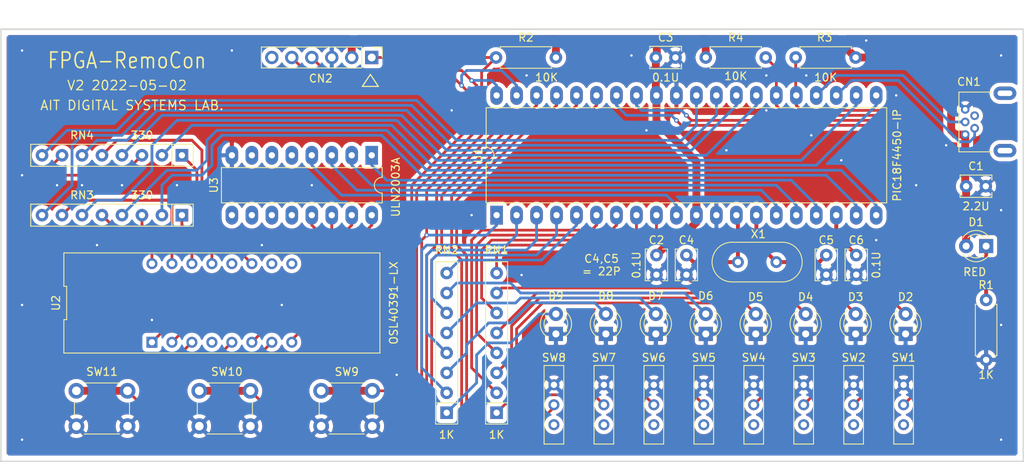
<source format=kicad_pcb>
(kicad_pcb (version 20171130) (host pcbnew "(5.1.12)-1")
  (title_block (title FPGA-RemoCon) (date 2022-05-02) (rev 0.2.0) (company AIT-DSLab))
  (layers (0 F.Cu signal) (31 B.Cu signal) (35 F.Paste user) (37 F.SilkS user) (38 B.Mask user) (39 F.Mask user) (44 Edge.Cuts user))
  (net 0 "")
  (net 1 GND)
  (net 2 +5V)
  (net 3 "Net-(C4-Pad1)")
  (net 4 "Net-(C5-Pad1)")
  (net 5 "Net-(C6-Pad1)")
  (net 6 "Net-(CN1-Pad6)")
  (net 7 "Net-(CN1-Pad4)")
  (net 8 /USB_DP)
  (net 9 /USB_DN)
  (net 10 "Net-(CN2-Pad6)")
  (net 11 /BTN0_PGC)
  (net 12 /BTN1_PGD)
  (net 13 /BTN2_MCLR)
  (net 14 /LED0)
  (net 15 /LED1)
  (net 16 /LED2)
  (net 17 /LED3)
  (net 18 /LED4)
  (net 19 /LED5)
  (net 20 /LED6)
  (net 21 /LED7)
  (net 22 /SW0)
  (net 23 /SW1)
  (net 24 /SEG_D)
  (net 25 /SEG_C)
  (net 26 /SEG_B)
  (net 27 /SEG_A)
  (net 28 /SEG_DP)
  (net 29 /SEG_G)
  (net 30 /SEG_F)
  (net 31 /SEG_E)
  (net 32 "Net-(SW1-Pad1)")
  (net 33 "Net-(SW2-Pad1)")
  (net 34 /SW2)
  (net 35 "Net-(SW3-Pad1)")
  (net 36 /SW3)
  (net 37 "Net-(SW4-Pad1)")
  (net 38 /SW4)
  (net 39 "Net-(SW5-Pad1)")
  (net 40 /SW5)
  (net 41 "Net-(SW6-Pad1)")
  (net 42 /SW6)
  (net 43 "Net-(SW7-Pad1)")
  (net 44 /SW7)
  (net 45 "Net-(SW8-Pad1)")
  (net 46 /CATH0)
  (net 47 /CATH1)
  (net 48 /CATH2)
  (net 49 /CATH3)
  (net 50 "Net-(U2-Pad8)")
  (net 51 "Net-(U2-Pad9)")
  (net 52 "Net-(U2-Pad10)")
  (net 53 "Net-(U2-Pad6)")
  (net 54 "Net-(U2-Pad12)")
  (net 55 "Net-(U2-Pad4)")
  (net 56 "Net-(U2-Pad2)")
  (net 57 "Net-(U2-Pad1)")
  (net 58 "Net-(U3-Pad7)")
  (net 59 "Net-(U3-Pad6)")
  (net 60 "Net-(U3-Pad5)")
  (net 61 "Net-(U3-Pad12)")
  (net 62 "Net-(U3-Pad11)")
  (net 63 "Net-(U3-Pad10)")
  (net 64 "Net-(U3-Pad9)")
  (net 65 "Net-(D2-Pad2)")
  (net 66 "Net-(D3-Pad2)")
  (net 67 "Net-(D4-Pad2)")
  (net 68 "Net-(D5-Pad2)")
  (net 69 "Net-(D6-Pad2)")
  (net 70 "Net-(D7-Pad2)")
  (net 71 "Net-(D8-Pad2)")
  (net 72 "Net-(D9-Pad2)")
  (net 73 "Net-(RN3-Pad7)")
  (net 74 "Net-(RN3-Pad5)")
  (net 75 "Net-(RN3-Pad3)")
  (net 76 "Net-(RN3-Pad1)")
  (net 77 "Net-(RN4-Pad7)")
  (net 78 "Net-(RN4-Pad5)")
  (net 79 "Net-(RN4-Pad3)")
  (net 80 "Net-(RN4-Pad1)")
  (net 81 "Net-(D1-Pad1)")
  (module Capacitor_THT:C_Disc_D3.8mm_W2.6mm_P2.50mm (layer F.Cu) (at 137.16 78.74 270)
    (fp_text reference C4 (at -1.905 0 180) (layer F.SilkS))
    (fp_text value 22p hide)
    (pad 2 thru_hole circle (at 2.5 0 270) (size 1.6 1.6) (drill 0.8) (layers *.Cu *.Mask) (net 1 GND))
    (pad 1 thru_hole circle (at 0 0 270) (size 1.6 1.6) (drill 0.8) (layers *.Cu *.Mask) (net 3 "Net-(C4-Pad1)"))
  )
  (module Board:USB_MiniB_TE_2172034-1 (layer F.Cu) (at 176 61.8)
    (fp_text reference CN1 (at -2.922 -5.113) (layer F.SilkS))
    (fp_text value USB_B_Mini hide)
    (pad "" thru_hole oval (at 1.65 -3.65) (size 2.9 1.7) (drill oval 1.9 0.7) (layers *.Cu *.Mask))
    (pad 6 thru_hole oval (at 1.65 3.65) (size 2.9 1.7) (drill oval 1.9 0.7) (layers *.Cu *.Mask) (net 6 "Net-(CN1-Pad6)"))
    (pad 5 thru_hole circle (at -3.4 -1.6) (size 1.1 1.1) (drill 0.6) (layers *.Cu *.Mask) (net 1 GND))
    (pad 4 thru_hole circle (at -2.2 -0.8) (size 1.1 1.1) (drill 0.6) (layers *.Cu *.Mask) (net 7 "Net-(CN1-Pad4)"))
    (pad 3 thru_hole circle (at -3.4 0) (size 1.1 1.1) (drill 0.6) (layers *.Cu *.Mask) (net 8 /USB_DP))
    (pad 1 thru_hole circle (at -3.4 1.6) (size 1.1 1.1) (drill 0.6) (layers *.Cu *.Mask) (net 2 +5V))
    (pad 2 thru_hole circle (at -2.2 0.8) (size 1.1 1.1) (drill 0.6) (layers *.Cu *.Mask) (net 9 /USB_DN))
  )
  (module Board:SW_Slide_MSS102545 (layer F.Cu) (at 120.317 97.791)
    (fp_text reference SW8 (at 0 -6) (layer F.SilkS))
    (fp_text value SW_SPDT hide)
    (pad 1 thru_hole circle (at 0 2.54) (size 1.4 1.4) (drill 0.8) (layers *.Cu *.Mask) (net 45 "Net-(SW8-Pad1)"))
    (pad 3 thru_hole circle (at 0 -2.54) (size 1.4 1.4) (drill 0.8) (layers *.Cu *.Mask) (net 1 GND))
    (pad 2 thru_hole circle (at 0 0) (size 1.4 1.4) (drill 0.8) (layers *.Cu *.Mask) (net 44 /SW7))
  )
  (module Board:SW_Slide_MSS102545 (layer F.Cu) (at 126.667 97.791)
    (fp_text reference SW7 (at 0 -6) (layer F.SilkS))
    (fp_text value SW_SPDT hide)
    (pad 1 thru_hole circle (at 0 2.54) (size 1.4 1.4) (drill 0.8) (layers *.Cu *.Mask) (net 43 "Net-(SW7-Pad1)"))
    (pad 3 thru_hole circle (at 0 -2.54) (size 1.4 1.4) (drill 0.8) (layers *.Cu *.Mask) (net 1 GND))
    (pad 2 thru_hole circle (at 0 0) (size 1.4 1.4) (drill 0.8) (layers *.Cu *.Mask) (net 42 /SW6))
  )
  (module Board:SW_Slide_MSS102545 (layer F.Cu) (at 133.017 97.791)
    (fp_text reference SW6 (at 0 -6) (layer F.SilkS))
    (fp_text value SW_SPDT hide)
    (pad 1 thru_hole circle (at 0 2.54) (size 1.4 1.4) (drill 0.8) (layers *.Cu *.Mask) (net 41 "Net-(SW6-Pad1)"))
    (pad 3 thru_hole circle (at 0 -2.54) (size 1.4 1.4) (drill 0.8) (layers *.Cu *.Mask) (net 1 GND))
    (pad 2 thru_hole circle (at 0 0) (size 1.4 1.4) (drill 0.8) (layers *.Cu *.Mask) (net 40 /SW5))
  )
  (module Board:SW_Slide_MSS102545 (layer F.Cu) (at 139.367 97.791)
    (fp_text reference SW5 (at 0 -6) (layer F.SilkS))
    (fp_text value SW_SPDT hide)
    (pad 1 thru_hole circle (at 0 2.54) (size 1.4 1.4) (drill 0.8) (layers *.Cu *.Mask) (net 39 "Net-(SW5-Pad1)"))
    (pad 3 thru_hole circle (at 0 -2.54) (size 1.4 1.4) (drill 0.8) (layers *.Cu *.Mask) (net 1 GND))
    (pad 2 thru_hole circle (at 0 0) (size 1.4 1.4) (drill 0.8) (layers *.Cu *.Mask) (net 38 /SW4))
  )
  (module Board:SW_Slide_MSS102545 (layer F.Cu) (at 145.717 97.791)
    (fp_text reference SW4 (at 0 -6) (layer F.SilkS))
    (fp_text value SW_SPDT hide)
    (pad 1 thru_hole circle (at 0 2.54) (size 1.4 1.4) (drill 0.8) (layers *.Cu *.Mask) (net 37 "Net-(SW4-Pad1)"))
    (pad 3 thru_hole circle (at 0 -2.54) (size 1.4 1.4) (drill 0.8) (layers *.Cu *.Mask) (net 1 GND))
    (pad 2 thru_hole circle (at 0 0) (size 1.4 1.4) (drill 0.8) (layers *.Cu *.Mask) (net 36 /SW3))
  )
  (module Board:SW_Slide_MSS102545 (layer F.Cu) (at 152.067 97.791)
    (fp_text reference SW3 (at 0 -6) (layer F.SilkS))
    (fp_text value SW_SPDT hide)
    (pad 1 thru_hole circle (at 0 2.54) (size 1.4 1.4) (drill 0.8) (layers *.Cu *.Mask) (net 35 "Net-(SW3-Pad1)"))
    (pad 3 thru_hole circle (at 0 -2.54) (size 1.4 1.4) (drill 0.8) (layers *.Cu *.Mask) (net 1 GND))
    (pad 2 thru_hole circle (at 0 0) (size 1.4 1.4) (drill 0.8) (layers *.Cu *.Mask) (net 34 /SW2))
  )
  (module Board:SW_Slide_MSS102545 (layer F.Cu) (at 158.417 97.791)
    (fp_text reference SW2 (at 0 -6) (layer F.SilkS))
    (fp_text value SW_SPDT hide)
    (pad 1 thru_hole circle (at 0 2.54) (size 1.4 1.4) (drill 0.8) (layers *.Cu *.Mask) (net 33 "Net-(SW2-Pad1)"))
    (pad 3 thru_hole circle (at 0 -2.54) (size 1.4 1.4) (drill 0.8) (layers *.Cu *.Mask) (net 1 GND))
    (pad 2 thru_hole circle (at 0 0) (size 1.4 1.4) (drill 0.8) (layers *.Cu *.Mask) (net 23 /SW1))
  )
  (module Board:SW_Slide_MSS102545 (layer F.Cu) (at 164.767 97.791)
    (fp_text reference SW1 (at 0 -6) (layer F.SilkS))
    (fp_text value SW_SPDT hide)
    (pad 1 thru_hole circle (at 0 2.54) (size 1.4 1.4) (drill 0.8) (layers *.Cu *.Mask) (net 32 "Net-(SW1-Pad1)"))
    (pad 3 thru_hole circle (at 0 -2.54) (size 1.4 1.4) (drill 0.8) (layers *.Cu *.Mask) (net 1 GND))
    (pad 2 thru_hole circle (at 0 0) (size 1.4 1.4) (drill 0.8) (layers *.Cu *.Mask) (net 22 /SW0))
  )
  (module Crystal:Crystal_HC49-4H_Vertical (layer F.Cu) (at 148.59 79.63 180)
    (fp_text reference X1 (at 2.286 3.556) (layer F.SilkS))
    (fp_text value 16MHz)
    (pad 2 thru_hole circle (at 4.88 0 180) (size 1.5 1.5) (drill 0.8) (layers *.Cu *.Mask) (net 3 "Net-(C4-Pad1)"))
    (pad 1 thru_hole circle (at 0 0 180) (size 1.5 1.5) (drill 0.8) (layers *.Cu *.Mask) (net 4 "Net-(C5-Pad1)"))
  )
  (module Package_DIP:DIP-16_W7.62mm_LongPads (layer F.Cu) (at 97.155 66.04 270)
    (fp_text reference U3 (at 3.81 20.066 90) (layer F.SilkS))
    (fp_text value ULN2003A (at 4.064 -3.048 90) (layer F.SilkS))
    (pad 16 thru_hole oval (at 7.62 0 270) (size 2.4 1.6) (drill 0.8) (layers *.Cu *.Mask) (net 50 "Net-(U2-Pad8)"))
    (pad 8 thru_hole oval (at 0 17.78 270) (size 2.4 1.6) (drill 0.8) (layers *.Cu *.Mask) (net 1 GND))
    (pad 15 thru_hole oval (at 7.62 2.54 270) (size 2.4 1.6) (drill 0.8) (layers *.Cu *.Mask) (net 53 "Net-(U2-Pad6)"))
    (pad 7 thru_hole oval (at 0 15.24 270) (size 2.4 1.6) (drill 0.8) (layers *.Cu *.Mask) (net 58 "Net-(U3-Pad7)"))
    (pad 14 thru_hole oval (at 7.62 5.08 270) (size 2.4 1.6) (drill 0.8) (layers *.Cu *.Mask) (net 56 "Net-(U2-Pad2)"))
    (pad 6 thru_hole oval (at 0 12.7 270) (size 2.4 1.6) (drill 0.8) (layers *.Cu *.Mask) (net 59 "Net-(U3-Pad6)"))
    (pad 13 thru_hole oval (at 7.62 7.62 270) (size 2.4 1.6) (drill 0.8) (layers *.Cu *.Mask) (net 57 "Net-(U2-Pad1)"))
    (pad 5 thru_hole oval (at 0 10.16 270) (size 2.4 1.6) (drill 0.8) (layers *.Cu *.Mask) (net 60 "Net-(U3-Pad5)"))
    (pad 12 thru_hole oval (at 7.62 10.16 270) (size 2.4 1.6) (drill 0.8) (layers *.Cu *.Mask) (net 61 "Net-(U3-Pad12)"))
    (pad 4 thru_hole oval (at 0 7.62 270) (size 2.4 1.6) (drill 0.8) (layers *.Cu *.Mask) (net 49 /CATH3))
    (pad 11 thru_hole oval (at 7.62 12.7 270) (size 2.4 1.6) (drill 0.8) (layers *.Cu *.Mask) (net 62 "Net-(U3-Pad11)"))
    (pad 3 thru_hole oval (at 0 5.08 270) (size 2.4 1.6) (drill 0.8) (layers *.Cu *.Mask) (net 48 /CATH2))
    (pad 10 thru_hole oval (at 7.62 15.24 270) (size 2.4 1.6) (drill 0.8) (layers *.Cu *.Mask) (net 63 "Net-(U3-Pad10)"))
    (pad 2 thru_hole oval (at 0 2.54 270) (size 2.4 1.6) (drill 0.8) (layers *.Cu *.Mask) (net 47 /CATH1))
    (pad 9 thru_hole oval (at 7.62 17.78 270) (size 2.4 1.6) (drill 0.8) (layers *.Cu *.Mask) (net 64 "Net-(U3-Pad9)"))
    (pad 1 thru_hole rect (at 0 0 270) (size 2.4 1.6) (drill 0.8) (layers *.Cu *.Mask) (net 46 /CATH0))
  )
  (module Board:OSL40391 (layer F.Cu) (at 78.105 84.837)
    (fp_text reference U2 (at -21.09 0 90) (layer F.SilkS))
    (fp_text value OSL40391-LX (at 21.844 0 90) (layer F.SilkS))
    (pad 8 thru_hole circle (at 8.89 5) (size 1.4 1.4) (drill 0.8) (layers *.Cu *.Mask) (net 50 "Net-(U2-Pad8)"))
    (pad 9 thru_hole circle (at 8.89 -5) (size 1.4 1.4) (drill 0.8) (layers *.Cu *.Mask) (net 51 "Net-(U2-Pad9)"))
    (pad 7 thru_hole circle (at 6.35 5) (size 1.4 1.4) (drill 0.8) (layers *.Cu *.Mask) (net 77 "Net-(RN4-Pad7)"))
    (pad 10 thru_hole circle (at 6.35 -5) (size 1.4 1.4) (drill 0.8) (layers *.Cu *.Mask) (net 52 "Net-(U2-Pad10)"))
    (pad 6 thru_hole circle (at 3.81 5) (size 1.4 1.4) (drill 0.8) (layers *.Cu *.Mask) (net 53 "Net-(U2-Pad6)"))
    (pad 11 thru_hole circle (at 3.81 -5) (size 1.4 1.4) (drill 0.8) (layers *.Cu *.Mask) (net 78 "Net-(RN4-Pad5)"))
    (pad 5 thru_hole circle (at 1.27 5) (size 1.4 1.4) (drill 0.8) (layers *.Cu *.Mask) (net 79 "Net-(RN4-Pad3)"))
    (pad 12 thru_hole circle (at 1.27 -5) (size 1.4 1.4) (drill 0.8) (layers *.Cu *.Mask) (net 54 "Net-(U2-Pad12)"))
    (pad 4 thru_hole circle (at -1.27 5) (size 1.4 1.4) (drill 0.8) (layers *.Cu *.Mask) (net 55 "Net-(U2-Pad4)"))
    (pad 13 thru_hole circle (at -1.27 -5) (size 1.4 1.4) (drill 0.8) (layers *.Cu *.Mask) (net 80 "Net-(RN4-Pad1)"))
    (pad 3 thru_hole circle (at -3.81 5) (size 1.4 1.4) (drill 0.8) (layers *.Cu *.Mask) (net 74 "Net-(RN3-Pad5)"))
    (pad 14 thru_hole circle (at -3.81 -5) (size 1.4 1.4) (drill 0.8) (layers *.Cu *.Mask) (net 76 "Net-(RN3-Pad1)"))
    (pad 2 thru_hole circle (at -6.35 5) (size 1.4 1.4) (drill 0.8) (layers *.Cu *.Mask) (net 56 "Net-(U2-Pad2)"))
    (pad 15 thru_hole circle (at -6.35 -5) (size 1.4 1.4) (drill 0.8) (layers *.Cu *.Mask) (net 73 "Net-(RN3-Pad7)"))
    (pad 1 thru_hole rect (at -8.89 5) (size 1.4 1.4) (drill 0.8) (layers *.Cu *.Mask) (net 57 "Net-(U2-Pad1)"))
    (pad 16 thru_hole circle (at -8.89 -5) (size 1.4 1.4) (drill 0.8) (layers *.Cu *.Mask) (net 75 "Net-(RN3-Pad3)"))
  )
  (module Package_DIP:DIP-40_W15.24mm_LongPads (layer F.Cu) (at 113.03 73.66 90)
    (fp_text reference U1 (at 7.62 -2.33 90) (layer F.SilkS))
    (fp_text value PIC18F4450-IP (at 7.62 50.916 90) (layer F.SilkS))
    (pad 40 thru_hole oval (at 15.24 0 90) (size 2.4 1.6) (drill 0.8) (layers *.Cu *.Mask) (net 12 /BTN1_PGD))
    (pad 20 thru_hole oval (at 0 48.26 90) (size 2.4 1.6) (drill 0.8) (layers *.Cu *.Mask) (net 26 /SEG_B))
    (pad 39 thru_hole oval (at 15.24 2.54 90) (size 2.4 1.6) (drill 0.8) (layers *.Cu *.Mask) (net 11 /BTN0_PGC))
    (pad 19 thru_hole oval (at 0 45.72 90) (size 2.4 1.6) (drill 0.8) (layers *.Cu *.Mask) (net 27 /SEG_A))
    (pad 38 thru_hole oval (at 15.24 5.08 90) (size 2.4 1.6) (drill 0.8) (layers *.Cu *.Mask) (net 44 /SW7))
    (pad 18 thru_hole oval (at 0 43.18 90) (size 2.4 1.6) (drill 0.8) (layers *.Cu *.Mask) (net 5 "Net-(C6-Pad1)"))
    (pad 37 thru_hole oval (at 15.24 7.62 90) (size 2.4 1.6) (drill 0.8) (layers *.Cu *.Mask) (net 42 /SW6))
    (pad 17 thru_hole oval (at 0 40.64 90) (size 2.4 1.6) (drill 0.8) (layers *.Cu *.Mask) (net 46 /CATH0))
    (pad 36 thru_hole oval (at 15.24 10.16 90) (size 2.4 1.6) (drill 0.8) (layers *.Cu *.Mask) (net 40 /SW5))
    (pad 16 thru_hole oval (at 0 38.1 90) (size 2.4 1.6) (drill 0.8) (layers *.Cu *.Mask) (net 47 /CATH1))
    (pad 35 thru_hole oval (at 15.24 12.7 90) (size 2.4 1.6) (drill 0.8) (layers *.Cu *.Mask) (net 38 /SW4))
    (pad 15 thru_hole oval (at 0 35.56 90) (size 2.4 1.6) (drill 0.8) (layers *.Cu *.Mask) (net 48 /CATH2))
    (pad 34 thru_hole oval (at 15.24 15.24 90) (size 2.4 1.6) (drill 0.8) (layers *.Cu *.Mask) (net 36 /SW3))
    (pad 14 thru_hole oval (at 0 33.02 90) (size 2.4 1.6) (drill 0.8) (layers *.Cu *.Mask) (net 4 "Net-(C5-Pad1)"))
    (pad 33 thru_hole oval (at 15.24 17.78 90) (size 2.4 1.6) (drill 0.8) (layers *.Cu *.Mask) (net 34 /SW2))
    (pad 13 thru_hole oval (at 0 30.48 90) (size 2.4 1.6) (drill 0.8) (layers *.Cu *.Mask) (net 3 "Net-(C4-Pad1)"))
    (pad 32 thru_hole oval (at 15.24 20.32 90) (size 2.4 1.6) (drill 0.8) (layers *.Cu *.Mask) (net 2 +5V))
    (pad 12 thru_hole oval (at 0 27.94 90) (size 2.4 1.6) (drill 0.8) (layers *.Cu *.Mask) (net 1 GND))
    (pad 31 thru_hole oval (at 15.24 22.86 90) (size 2.4 1.6) (drill 0.8) (layers *.Cu *.Mask) (net 1 GND))
    (pad 11 thru_hole oval (at 0 25.4 90) (size 2.4 1.6) (drill 0.8) (layers *.Cu *.Mask) (net 2 +5V))
    (pad 30 thru_hole oval (at 15.24 25.4 90) (size 2.4 1.6) (drill 0.8) (layers *.Cu *.Mask) (net 28 /SEG_DP))
    (pad 10 thru_hole oval (at 0 22.86 90) (size 2.4 1.6) (drill 0.8) (layers *.Cu *.Mask) (net 49 /CATH3))
    (pad 29 thru_hole oval (at 15.24 27.94 90) (size 2.4 1.6) (drill 0.8) (layers *.Cu *.Mask) (net 29 /SEG_G))
    (pad 9 thru_hole oval (at 0 20.32 90) (size 2.4 1.6) (drill 0.8) (layers *.Cu *.Mask) (net 14 /LED0))
    (pad 28 thru_hole oval (at 15.24 30.48 90) (size 2.4 1.6) (drill 0.8) (layers *.Cu *.Mask) (net 30 /SEG_F))
    (pad 8 thru_hole oval (at 0 17.78 90) (size 2.4 1.6) (drill 0.8) (layers *.Cu *.Mask) (net 15 /LED1))
    (pad 27 thru_hole oval (at 15.24 33.02 90) (size 2.4 1.6) (drill 0.8) (layers *.Cu *.Mask) (net 31 /SEG_E))
    (pad 7 thru_hole oval (at 0 15.24 90) (size 2.4 1.6) (drill 0.8) (layers *.Cu *.Mask) (net 16 /LED2))
    (pad 26 thru_hole oval (at 15.24 35.56 90) (size 2.4 1.6) (drill 0.8) (layers *.Cu *.Mask) (net 23 /SW1))
    (pad 6 thru_hole oval (at 0 12.7 90) (size 2.4 1.6) (drill 0.8) (layers *.Cu *.Mask) (net 17 /LED3))
    (pad 25 thru_hole oval (at 15.24 38.1 90) (size 2.4 1.6) (drill 0.8) (layers *.Cu *.Mask) (net 22 /SW0))
    (pad 5 thru_hole oval (at 0 10.16 90) (size 2.4 1.6) (drill 0.8) (layers *.Cu *.Mask) (net 18 /LED4))
    (pad 24 thru_hole oval (at 15.24 40.64 90) (size 2.4 1.6) (drill 0.8) (layers *.Cu *.Mask) (net 8 /USB_DP))
    (pad 4 thru_hole oval (at 0 7.62 90) (size 2.4 1.6) (drill 0.8) (layers *.Cu *.Mask) (net 19 /LED5))
    (pad 23 thru_hole oval (at 15.24 43.18 90) (size 2.4 1.6) (drill 0.8) (layers *.Cu *.Mask) (net 9 /USB_DN))
    (pad 3 thru_hole oval (at 0 5.08 90) (size 2.4 1.6) (drill 0.8) (layers *.Cu *.Mask) (net 20 /LED6))
    (pad 22 thru_hole oval (at 15.24 45.72 90) (size 2.4 1.6) (drill 0.8) (layers *.Cu *.Mask) (net 24 /SEG_D))
    (pad 2 thru_hole oval (at 0 2.54 90) (size 2.4 1.6) (drill 0.8) (layers *.Cu *.Mask) (net 21 /LED7))
    (pad 21 thru_hole oval (at 15.24 48.26 90) (size 2.4 1.6) (drill 0.8) (layers *.Cu *.Mask) (net 25 /SEG_C))
    (pad 1 thru_hole rect (at 0 0 90) (size 2.4 1.6) (drill 0.8) (layers *.Cu *.Mask) (net 13 /BTN2_MCLR))
  )
  (module Button_Switch_THT:SW_PUSH_6mm_H5mm (layer F.Cu) (at 59.611 96.013)
    (fp_text reference SW11 (at 3.254 -2.428) (layer F.SilkS))
    (fp_text value SW_Push)
    (pad 1 thru_hole circle (at 6.5 0 90) (size 2 2) (drill 1.1) (layers *.Cu *.Mask) (net 13 /BTN2_MCLR))
    (pad 2 thru_hole circle (at 6.5 4.5 90) (size 2 2) (drill 1.1) (layers *.Cu *.Mask) (net 1 GND))
    (pad 1 thru_hole circle (at 0 0 90) (size 2 2) (drill 1.1) (layers *.Cu *.Mask) (net 13 /BTN2_MCLR))
    (pad 2 thru_hole circle (at 0 4.5 90) (size 2 2) (drill 1.1) (layers *.Cu *.Mask) (net 1 GND))
  )
  (module Button_Switch_THT:SW_PUSH_6mm_H5mm (layer F.Cu) (at 75.232 96.013)
    (fp_text reference SW10 (at 3.508 -2.428) (layer F.SilkS))
    (fp_text value SW_Push)
    (pad 1 thru_hole circle (at 6.5 0 90) (size 2 2) (drill 1.1) (layers *.Cu *.Mask) (net 12 /BTN1_PGD))
    (pad 2 thru_hole circle (at 6.5 4.5 90) (size 2 2) (drill 1.1) (layers *.Cu *.Mask) (net 1 GND))
    (pad 1 thru_hole circle (at 0 0 90) (size 2 2) (drill 1.1) (layers *.Cu *.Mask) (net 12 /BTN1_PGD))
    (pad 2 thru_hole circle (at 0 4.5 90) (size 2 2) (drill 1.1) (layers *.Cu *.Mask) (net 1 GND))
  )
  (module Button_Switch_THT:SW_PUSH_6mm_H5mm (layer F.Cu) (at 90.726 96.013)
    (fp_text reference SW9 (at 3.254 -2.413) (layer F.SilkS))
    (fp_text value SW_Push)
    (pad 1 thru_hole circle (at 6.5 0 90) (size 2 2) (drill 1.1) (layers *.Cu *.Mask) (net 11 /BTN0_PGC))
    (pad 2 thru_hole circle (at 6.5 4.5 90) (size 2 2) (drill 1.1) (layers *.Cu *.Mask) (net 1 GND))
    (pad 1 thru_hole circle (at 0 0 90) (size 2 2) (drill 1.1) (layers *.Cu *.Mask) (net 11 /BTN0_PGC))
    (pad 2 thru_hole circle (at 0 4.5 90) (size 2 2) (drill 1.1) (layers *.Cu *.Mask) (net 1 GND))
  )
  (module Resistor_THT:R_Array_SIP8 (layer F.Cu) (at 73.025 66.04 180)
    (fp_text reference RN4 (at 12.7 2.54) (layer F.SilkS))
    (fp_text value 330 (at 5.08 2.54) (layer F.SilkS))
    (pad 8 thru_hole oval (at 17.78 0 180) (size 1.6 1.6) (drill 0.8) (layers *.Cu *.Mask) (net 28 /SEG_DP))
    (pad 7 thru_hole oval (at 15.24 0 180) (size 1.6 1.6) (drill 0.8) (layers *.Cu *.Mask) (net 77 "Net-(RN4-Pad7)"))
    (pad 6 thru_hole oval (at 12.7 0 180) (size 1.6 1.6) (drill 0.8) (layers *.Cu *.Mask) (net 30 /SEG_F))
    (pad 5 thru_hole oval (at 10.16 0 180) (size 1.6 1.6) (drill 0.8) (layers *.Cu *.Mask) (net 78 "Net-(RN4-Pad5)"))
    (pad 4 thru_hole oval (at 7.62 0 180) (size 1.6 1.6) (drill 0.8) (layers *.Cu *.Mask) (net 31 /SEG_E))
    (pad 3 thru_hole oval (at 5.08 0 180) (size 1.6 1.6) (drill 0.8) (layers *.Cu *.Mask) (net 79 "Net-(RN4-Pad3)"))
    (pad 2 thru_hole oval (at 2.54 0 180) (size 1.6 1.6) (drill 0.8) (layers *.Cu *.Mask) (net 25 /SEG_C))
    (pad 1 thru_hole rect (at 0 0 180) (size 1.6 1.6) (drill 0.8) (layers *.Cu *.Mask) (net 80 "Net-(RN4-Pad1)"))
  )
  (module Resistor_THT:R_Array_SIP8 (layer F.Cu) (at 73.025 73.66 180)
    (fp_text reference RN3 (at 12.7 2.54) (layer F.SilkS))
    (fp_text value 330 (at 5.08 2.54) (layer F.SilkS))
    (pad 8 thru_hole oval (at 17.78 0 180) (size 1.6 1.6) (drill 0.8) (layers *.Cu *.Mask) (net 29 /SEG_G))
    (pad 7 thru_hole oval (at 15.24 0 180) (size 1.6 1.6) (drill 0.8) (layers *.Cu *.Mask) (net 73 "Net-(RN3-Pad7)"))
    (pad 6 thru_hole oval (at 12.7 0 180) (size 1.6 1.6) (drill 0.8) (layers *.Cu *.Mask) (net 24 /SEG_D))
    (pad 5 thru_hole oval (at 10.16 0 180) (size 1.6 1.6) (drill 0.8) (layers *.Cu *.Mask) (net 74 "Net-(RN3-Pad5)"))
    (pad 4 thru_hole oval (at 7.62 0 180) (size 1.6 1.6) (drill 0.8) (layers *.Cu *.Mask) (net 26 /SEG_B))
    (pad 3 thru_hole oval (at 5.08 0 180) (size 1.6 1.6) (drill 0.8) (layers *.Cu *.Mask) (net 75 "Net-(RN3-Pad3)"))
    (pad 2 thru_hole oval (at 2.54 0 180) (size 1.6 1.6) (drill 0.8) (layers *.Cu *.Mask) (net 27 /SEG_A))
    (pad 1 thru_hole rect (at 0 0 180) (size 1.6 1.6) (drill 0.8) (layers *.Cu *.Mask) (net 76 "Net-(RN3-Pad1)"))
  )
  (module Resistor_THT:R_Array_SIP8 (layer F.Cu) (at 106.68 98.806 90)
    (fp_text reference RN2 (at 20.701 0 180) (layer F.SilkS))
    (fp_text value 1K (at -2.794 0 180) (layer F.SilkS))
    (pad 8 thru_hole oval (at 17.78 0 90) (size 1.6 1.6) (drill 0.8) (layers *.Cu *.Mask) (net 18 /LED4))
    (pad 7 thru_hole oval (at 15.24 0 90) (size 1.6 1.6) (drill 0.8) (layers *.Cu *.Mask) (net 69 "Net-(D6-Pad2)"))
    (pad 6 thru_hole oval (at 12.7 0 90) (size 1.6 1.6) (drill 0.8) (layers *.Cu *.Mask) (net 19 /LED5))
    (pad 5 thru_hole oval (at 10.16 0 90) (size 1.6 1.6) (drill 0.8) (layers *.Cu *.Mask) (net 70 "Net-(D7-Pad2)"))
    (pad 4 thru_hole oval (at 7.62 0 90) (size 1.6 1.6) (drill 0.8) (layers *.Cu *.Mask) (net 20 /LED6))
    (pad 3 thru_hole oval (at 5.08 0 90) (size 1.6 1.6) (drill 0.8) (layers *.Cu *.Mask) (net 71 "Net-(D8-Pad2)"))
    (pad 2 thru_hole oval (at 2.54 0 90) (size 1.6 1.6) (drill 0.8) (layers *.Cu *.Mask) (net 21 /LED7))
    (pad 1 thru_hole rect (at 0 0 90) (size 1.6 1.6) (drill 0.8) (layers *.Cu *.Mask) (net 72 "Net-(D9-Pad2)"))
  )
  (module Resistor_THT:R_Array_SIP8 (layer F.Cu) (at 113.03 98.806 90)
    (fp_text reference RN1 (at 20.701 0 180) (layer F.SilkS))
    (fp_text value 1K (at -2.794 0 180) (layer F.SilkS))
    (pad 8 thru_hole oval (at 17.78 0 90) (size 1.6 1.6) (drill 0.8) (layers *.Cu *.Mask) (net 14 /LED0))
    (pad 7 thru_hole oval (at 15.24 0 90) (size 1.6 1.6) (drill 0.8) (layers *.Cu *.Mask) (net 65 "Net-(D2-Pad2)"))
    (pad 6 thru_hole oval (at 12.7 0 90) (size 1.6 1.6) (drill 0.8) (layers *.Cu *.Mask) (net 15 /LED1))
    (pad 5 thru_hole oval (at 10.16 0 90) (size 1.6 1.6) (drill 0.8) (layers *.Cu *.Mask) (net 66 "Net-(D3-Pad2)"))
    (pad 4 thru_hole oval (at 7.62 0 90) (size 1.6 1.6) (drill 0.8) (layers *.Cu *.Mask) (net 16 /LED2))
    (pad 3 thru_hole oval (at 5.08 0 90) (size 1.6 1.6) (drill 0.8) (layers *.Cu *.Mask) (net 67 "Net-(D4-Pad2)"))
    (pad 2 thru_hole oval (at 2.54 0 90) (size 1.6 1.6) (drill 0.8) (layers *.Cu *.Mask) (net 17 /LED3))
    (pad 1 thru_hole rect (at 0 0 90) (size 1.6 1.6) (drill 0.8) (layers *.Cu *.Mask) (net 68 "Net-(D5-Pad2)"))
  )
  (module Resistor_THT:R_Axial_DIN0207_L6.3mm_D2.5mm_P7.62mm_Horizontal (layer F.Cu) (at 139.621 53.595)
    (fp_text reference R4 (at 3.81 -2.54) (layer F.SilkS))
    (fp_text value 10K (at 3.81 2.37) (layer F.SilkS))
    (pad 2 thru_hole oval (at 7.62 0) (size 1.6 1.6) (drill 0.8) (layers *.Cu *.Mask) (net 23 /SW1))
    (pad 1 thru_hole circle (at 0 0) (size 1.6 1.6) (drill 0.8) (layers *.Cu *.Mask) (net 2 +5V))
  )
  (module Resistor_THT:R_Axial_DIN0207_L6.3mm_D2.5mm_P7.62mm_Horizontal (layer F.Cu) (at 158.671 53.595 180)
    (fp_text reference R3 (at 3.937 2.54) (layer F.SilkS))
    (fp_text value 10K (at 3.81 -2.54) (layer F.SilkS))
    (pad 2 thru_hole oval (at 7.62 0 180) (size 1.6 1.6) (drill 0.8) (layers *.Cu *.Mask) (net 22 /SW0))
    (pad 1 thru_hole circle (at 0 0 180) (size 1.6 1.6) (drill 0.8) (layers *.Cu *.Mask) (net 2 +5V))
  )
  (module Resistor_THT:R_Axial_DIN0207_L6.3mm_D2.5mm_P7.62mm_Horizontal (layer F.Cu) (at 120.571 53.595 180)
    (fp_text reference R2 (at 3.81 2.54) (layer F.SilkS))
    (fp_text value 10K (at 1.191 -2.54) (layer F.SilkS))
    (pad 2 thru_hole oval (at 7.62 0 180) (size 1.6 1.6) (drill 0.8) (layers *.Cu *.Mask) (net 13 /BTN2_MCLR))
    (pad 1 thru_hole circle (at 0 0 180) (size 1.6 1.6) (drill 0.8) (layers *.Cu *.Mask) (net 2 +5V))
  )
  (module Resistor_THT:R_Axial_DIN0207_L6.3mm_D2.5mm_P7.62mm_Horizontal (layer F.Cu) (at 175.26 84.455 270)
    (fp_text reference R1 (at -1.905 0 180) (layer F.SilkS))
    (fp_text value 1K (at 9.525 0 180) (layer F.SilkS))
    (pad 2 thru_hole oval (at 7.62 0 270) (size 1.6 1.6) (drill 0.8) (layers *.Cu *.Mask) (net 1 GND))
    (pad 1 thru_hole circle (at 0 0 270) (size 1.6 1.6) (drill 0.8) (layers *.Cu *.Mask) (net 81 "Net-(D1-Pad1)"))
  )
  (module LED_THT:LED_D3.0mm (layer F.Cu) (at 120.571 88.774 90)
    (fp_text reference D9 (at 4.826 0 180) (layer F.SilkS))
    (fp_text value Green)
    (pad 2 thru_hole circle (at 2.54 0 90) (size 1.8 1.8) (drill 0.9) (layers *.Cu *.Mask) (net 72 "Net-(D9-Pad2)"))
    (pad 1 thru_hole rect (at 0 0 90) (size 1.8 1.8) (drill 0.9) (layers *.Cu *.Mask) (net 1 GND))
  )
  (module LED_THT:LED_D3.0mm (layer F.Cu) (at 126.921 88.774 90)
    (fp_text reference D8 (at 4.826 0 180) (layer F.SilkS))
    (fp_text value Green)
    (pad 2 thru_hole circle (at 2.54 0 90) (size 1.8 1.8) (drill 0.9) (layers *.Cu *.Mask) (net 71 "Net-(D8-Pad2)"))
    (pad 1 thru_hole rect (at 0 0 90) (size 1.8 1.8) (drill 0.9) (layers *.Cu *.Mask) (net 1 GND))
  )
  (module LED_THT:LED_D3.0mm (layer F.Cu) (at 133.271 88.774 90)
    (fp_text reference D7 (at 4.826 0 180) (layer F.SilkS))
    (fp_text value Green)
    (pad 2 thru_hole circle (at 2.54 0 90) (size 1.8 1.8) (drill 0.9) (layers *.Cu *.Mask) (net 70 "Net-(D7-Pad2)"))
    (pad 1 thru_hole rect (at 0 0 90) (size 1.8 1.8) (drill 0.9) (layers *.Cu *.Mask) (net 1 GND))
  )
  (module LED_THT:LED_D3.0mm (layer F.Cu) (at 139.621 88.774 90)
    (fp_text reference D6 (at 4.826 0 180) (layer F.SilkS))
    (fp_text value Green)
    (pad 2 thru_hole circle (at 2.54 0 90) (size 1.8 1.8) (drill 0.9) (layers *.Cu *.Mask) (net 69 "Net-(D6-Pad2)"))
    (pad 1 thru_hole rect (at 0 0 90) (size 1.8 1.8) (drill 0.9) (layers *.Cu *.Mask) (net 1 GND))
  )
  (module LED_THT:LED_D3.0mm (layer F.Cu) (at 145.971 88.774 90)
    (fp_text reference D5 (at 4.699 0 180) (layer F.SilkS))
    (fp_text value Green)
    (pad 2 thru_hole circle (at 2.54 0 90) (size 1.8 1.8) (drill 0.9) (layers *.Cu *.Mask) (net 68 "Net-(D5-Pad2)"))
    (pad 1 thru_hole rect (at 0 0 90) (size 1.8 1.8) (drill 0.9) (layers *.Cu *.Mask) (net 1 GND))
  )
  (module LED_THT:LED_D3.0mm (layer F.Cu) (at 152.321 88.774 90)
    (fp_text reference D4 (at 4.699 0 180) (layer F.SilkS))
    (fp_text value Green)
    (pad 2 thru_hole circle (at 2.54 0 90) (size 1.8 1.8) (drill 0.9) (layers *.Cu *.Mask) (net 67 "Net-(D4-Pad2)"))
    (pad 1 thru_hole rect (at 0 0 90) (size 1.8 1.8) (drill 0.9) (layers *.Cu *.Mask) (net 1 GND))
  )
  (module LED_THT:LED_D3.0mm (layer F.Cu) (at 158.671 88.774 90)
    (fp_text reference D3 (at 4.699 0 180) (layer F.SilkS))
    (fp_text value Green)
    (pad 2 thru_hole circle (at 2.54 0 90) (size 1.8 1.8) (drill 0.9) (layers *.Cu *.Mask) (net 66 "Net-(D3-Pad2)"))
    (pad 1 thru_hole rect (at 0 0 90) (size 1.8 1.8) (drill 0.9) (layers *.Cu *.Mask) (net 1 GND))
  )
  (module LED_THT:LED_D3.0mm (layer F.Cu) (at 165.021 88.774 90)
    (fp_text reference D2 (at 4.699 0 180) (layer F.SilkS))
    (fp_text value Green)
    (pad 2 thru_hole circle (at 2.54 0 90) (size 1.8 1.8) (drill 0.9) (layers *.Cu *.Mask) (net 65 "Net-(D2-Pad2)"))
    (pad 1 thru_hole rect (at 0 0 90) (size 1.8 1.8) (drill 0.9) (layers *.Cu *.Mask) (net 1 GND))
  )
  (module LED_THT:LED_D3.0mm (layer F.Cu) (at 175.26 77.598 180)
    (fp_text reference D1 (at 1.27 3.048) (layer F.SilkS))
    (fp_text value RED (at 1.451 -3.302) (layer F.SilkS))
    (pad 2 thru_hole circle (at 2.54 0 180) (size 1.8 1.8) (drill 0.9) (layers *.Cu *.Mask) (net 2 +5V))
    (pad 1 thru_hole rect (at 0 0 180) (size 1.8 1.8) (drill 0.9) (layers *.Cu *.Mask) (net 81 "Net-(D1-Pad1)"))
  )
  (module Connector_PinHeader_2.54mm:PinHeader_1x06_P2.54mm_Vertical (layer F.Cu) (at 97.155 53.594 270)
    (fp_text reference CN2 (at 2.667 6.477 180) (layer F.SilkS))
    (fp_text value Conn_PIC_ICSP_ICD)
    (pad 6 thru_hole oval (at 0 12.7 270) (size 1.7 1.7) (drill 1) (layers *.Cu *.Mask) (net 10 "Net-(CN2-Pad6)"))
    (pad 5 thru_hole oval (at 0 10.16 270) (size 1.7 1.7) (drill 1) (layers *.Cu *.Mask) (net 11 /BTN0_PGC))
    (pad 4 thru_hole oval (at 0 7.62 270) (size 1.7 1.7) (drill 1) (layers *.Cu *.Mask) (net 12 /BTN1_PGD))
    (pad 3 thru_hole oval (at 0 5.08 270) (size 1.7 1.7) (drill 1) (layers *.Cu *.Mask) (net 1 GND))
    (pad 2 thru_hole oval (at 0 2.54 270) (size 1.7 1.7) (drill 1) (layers *.Cu *.Mask) (net 2 +5V))
    (pad 1 thru_hole rect (at 0 0 270) (size 1.7 1.7) (drill 1) (layers *.Cu *.Mask) (net 13 /BTN2_MCLR))
  )
  (module Capacitor_THT:C_Disc_D3.8mm_W2.6mm_P2.50mm (layer F.Cu) (at 158.75 78.74 270)
    (fp_text reference C6 (at -1.905 0 180) (layer F.SilkS))
    (fp_text value 0.1U (at 1.27 -2.54 270) (layer F.SilkS))
    (pad 2 thru_hole circle (at 2.5 0 270) (size 1.6 1.6) (drill 0.8) (layers *.Cu *.Mask) (net 1 GND))
    (pad 1 thru_hole circle (at 0 0 270) (size 1.6 1.6) (drill 0.8) (layers *.Cu *.Mask) (net 5 "Net-(C6-Pad1)"))
  )
  (module Capacitor_THT:C_Disc_D3.8mm_W2.6mm_P2.50mm (layer F.Cu) (at 154.94 78.74 270)
    (fp_text reference C5 (at -1.905 0 180) (layer F.SilkS))
    (fp_text value 22p hide)
    (pad 1 thru_hole circle (at 0 0 270) (size 1.6 1.6) (drill 0.8) (layers *.Cu *.Mask) (net 4 "Net-(C5-Pad1)"))
    (pad 2 thru_hole circle (at 2.5 0 270) (size 1.6 1.6) (drill 0.8) (layers *.Cu *.Mask) (net 1 GND))
  )
  (module Capacitor_THT:C_Disc_D3.8mm_W2.6mm_P2.50mm (layer F.Cu) (at 133.271 53.595)
    (fp_text reference C3 (at 1.25 -2.55) (layer F.SilkS))
    (fp_text value 0.1U (at 1.25 2.55) (layer F.SilkS))
    (pad 2 thru_hole circle (at 2.5 0) (size 1.6 1.6) (drill 0.8) (layers *.Cu *.Mask) (net 1 GND))
    (pad 1 thru_hole circle (at 0 0) (size 1.6 1.6) (drill 0.8) (layers *.Cu *.Mask) (net 2 +5V))
  )
  (module Capacitor_THT:C_Disc_D3.8mm_W2.6mm_P2.50mm (layer F.Cu) (at 133.35 78.74 270)
    (fp_text reference C2 (at -1.905 0 180) (layer F.SilkS))
    (fp_text value 0.1U (at 1.27 2.55 90) (layer F.SilkS))
    (pad 2 thru_hole circle (at 2.5 0 270) (size 1.6 1.6) (drill 0.8) (layers *.Cu *.Mask) (net 1 GND))
    (pad 1 thru_hole circle (at 0 0 270) (size 1.6 1.6) (drill 0.8) (layers *.Cu *.Mask) (net 2 +5V))
  )
  (module Capacitor_THT:C_Disc_D3.8mm_W2.6mm_P2.50mm (layer F.Cu) (at 172.72 69.978)
    (fp_text reference C1 (at 1.25 -2.55) (layer F.SilkS))
    (fp_text value 2.2U (at 1.25 2.55) (layer F.SilkS))
    (pad 2 thru_hole circle (at 2.5 0) (size 1.6 1.6) (drill 0.8) (layers *.Cu *.Mask) (net 1 GND))
    (pad 1 thru_hole circle (at 0 0) (size 1.6 1.6) (drill 0.8) (layers *.Cu *.Mask) (net 2 +5V))
  )
  (gr_text "C4,C5\n= 22P" (at 126.365 80.01) (layer F.SilkS) (effects (font (size 1 1))))
  (gr_line (start 50 105) (end 50 50) (layer Edge.Cuts) (width 0.2))
  (gr_line (start 180 105) (end 50 105) (layer Edge.Cuts) (width 0.2))
  (gr_line (start 180 50) (end 180 105) (layer Edge.Cuts) (width 0.2))
  (gr_line (start 50 50) (end 180 50) (layer Edge.Cuts) (width 0.2))
  (gr_text "AIT DIGITAL SYSTEMS LAB." (at 66.675 59.69) (layer F.SilkS) (effects (font (size 1.2 1.2))))
  (gr_text "V2 2022-05-02\n" (at 66.04 57.15) (layer F.SilkS) (effects (font (size 1.2 1.2))))
  (gr_text FPGA-RemoCon (at 66.04 53.975) (layer F.SilkS) (effects (font (size 2 1.7) (thickness 0.2))))
  (gr_line (start 97.996 57.276) (end 96.98 55.752) (layer F.SilkS) (width 0.15))
  (gr_line (start 95.964 57.276) (end 97.996 57.276) (layer F.SilkS) (width 0.15))
  (gr_line (start 96.98 55.752) (end 95.964 57.276) (layer F.SilkS) (width 0.15))
  (via (at 60.325 69.85) (size 0.6) (drill 0.3) (layers F.Cu B.Cu) (net 1))
  (via (at 65.405 69.85) (size 0.6) (drill 0.3) (layers F.Cu B.Cu) (net 1))
  (via (at 52.705 52.705) (size 0.6) (drill 0.3) (layers F.Cu B.Cu) (net 1))
  (via (at 52.705 102.235) (size 0.6) (drill 0.3) (layers F.Cu B.Cu) (net 1))
  (via (at 177.165 102.235) (size 0.6) (drill 0.3) (layers F.Cu B.Cu) (net 1))
  (via (at 177.165 53.34) (size 0.6) (drill 0.3) (layers F.Cu B.Cu) (net 1))
  (via (at 147.32 55.88) (size 0.6) (drill 0.3) (layers F.Cu B.Cu) (net 1))
  (via (at 130.175 53.34) (size 0.6) (drill 0.3) (layers F.Cu B.Cu) (net 1))
  (via (at 142.24 65.405) (size 0.6) (drill 0.3) (layers F.Cu B.Cu) (net 1))
  (via (at 147.32 60.325) (size 0.6) (drill 0.3) (layers F.Cu B.Cu) (net 1))
  (via (at 153.035 63.5) (size 0.6) (drill 0.3) (layers F.Cu B.Cu) (net 1))
  (via (at 72.39 69.85) (size 0.6) (drill 0.3) (layers F.Cu B.Cu) (net 1))
  (via (at 57.15 69.85) (size 0.6) (drill 0.3) (layers F.Cu B.Cu) (net 1))
  (via (at 52.705 68.58) (size 0.6) (drill 0.3) (layers F.Cu B.Cu) (net 1))
  (via (at 52.705 85.09) (size 0.6) (drill 0.3) (layers F.Cu B.Cu) (net 1))
  (via (at 62.23 77.47) (size 0.6) (drill 0.3) (layers F.Cu B.Cu) (net 1))
  (via (at 69.215 86.995) (size 0.6) (drill 0.3) (layers F.Cu B.Cu) (net 1))
  (via (at 83.185 77.47) (size 0.6) (drill 0.3) (layers F.Cu B.Cu) (net 1))
  (via (at 89.535 69.85) (size 0.6) (drill 0.3) (layers F.Cu B.Cu) (net 1))
  (via (at 79.375 52.705) (size 0.6) (drill 0.3) (layers F.Cu B.Cu) (net 1))
  (via (at 85.725 85.09) (size 0.6) (drill 0.3) (layers F.Cu B.Cu) (net 1))
  (via (at 107.315 60.325) (size 0.6) (drill 0.3) (layers F.Cu B.Cu) (net 1))
  (via (at 116.205 81.28) (size 0.6) (drill 0.3) (layers F.Cu B.Cu) (net 1))
  (via (at 132.08 62.865) (size 0.6) (drill 0.3) (layers F.Cu B.Cu) (net 1))
  (via (at 109.855 73.66) (size 0.6) (drill 0.3) (layers F.Cu B.Cu) (net 1))
  (segment (start 137.16 81.24) (end 137.16 81.28) (width 1) (layer F.Cu) (net 1))
  (segment (start 137.16 81.28) (end 137.795 81.915) (width 0.7) (layer F.Cu) (net 1))
  (via (at 170.18 64.77) (size 0.6) (drill 0.3) (layers F.Cu B.Cu) (net 1))
  (via (at 152.4 55.88) (size 0.6) (drill 0.3) (layers F.Cu B.Cu) (net 1))
  (via (at 177.165 87.63) (size 0.6) (drill 0.3) (layers F.Cu B.Cu) (net 1))
  (via (at 177.165 73.025) (size 0.6) (drill 0.3) (layers F.Cu B.Cu) (net 1))
  (via (at 156.845 66.675) (size 0.6) (drill 0.3) (layers F.Cu B.Cu) (net 1))
  (via (at 161.29 76.835) (size 0.6) (drill 0.3) (layers F.Cu B.Cu) (net 1))
  (via (at 166.37 69.85) (size 0.6) (drill 0.3) (layers F.Cu B.Cu) (net 1))
  (via (at 100.33 93.98) (size 0.6) (drill 0.3) (layers F.Cu B.Cu) (net 1))
  (via (at 163.83 58.42) (size 0.6) (drill 0.3) (layers F.Cu B.Cu) (net 1))
  (via (at 116.84 55.88) (size 0.6) (drill 0.3) (layers F.Cu B.Cu) (net 1))
  (via (at 160.02 51.435) (size 0.6) (drill 0.3) (layers F.Cu B.Cu) (net 1))
  (segment (start 172.6 69.858) (end 172.72 69.978) (width 1) (layer F.Cu) (net 2))
  (segment (start 172.6 63.4) (end 172.6 69.858) (width 1) (layer F.Cu) (net 2))
  (segment (start 172.72 69.978) (end 172.72 77.598) (width 1) (layer F.Cu) (net 2))
  (segment (start 139.6 53.574) (end 139.621 53.595) (width 1) (layer F.Cu) (net 2))
  (segment (start 133.4 53.466) (end 133.271 53.595) (width 1) (layer F.Cu) (net 2))
  (segment (start 120.6 53.566) (end 120.571 53.595) (width 1) (layer F.Cu) (net 2))
  (segment (start 133.271 58.341) (end 133.35 58.42) (width 1) (layer F.Cu) (net 2))
  (segment (start 133.271 53.595) (end 133.271 58.341) (width 1) (layer F.Cu) (net 2))
  (segment (start 133.35 58.42) (end 133.35 61.75) (width 1) (layer F.Cu) (net 2))
  (segment (start 138.43 66.83) (end 138.43 73.66) (width 1) (layer F.Cu) (net 2))
  (segment (start 133.35 61.75) (end 138.43 66.83) (width 1) (layer F.Cu) (net 2))
  (segment (start 138.43 73.66) (end 138.43 74.57) (width 1) (layer F.Cu) (net 2))
  (segment (start 138.43 74.57) (end 136.4 76.6) (width 1) (layer F.Cu) (net 2))
  (segment (start 135.49 76.6) (end 133.35 78.74) (width 1) (layer F.Cu) (net 2))
  (segment (start 136.4 76.6) (end 135.49 76.6) (width 1) (layer F.Cu) (net 2))
  (segment (start 171.35 63.4) (end 172.6 63.4) (width 1) (layer F.Cu) (net 2))
  (segment (start 170.815 62.865) (end 171.35 63.4) (width 1) (layer F.Cu) (net 2))
  (segment (start 170.815 58.42) (end 170.815 62.865) (width 1) (layer F.Cu) (net 2))
  (segment (start 165.99 53.595) (end 170.815 58.42) (width 1) (layer F.Cu) (net 2))
  (segment (start 158.671 53.595) (end 165.99 53.595) (width 1) (layer F.Cu) (net 2))
  (segment (start 94.615 52.185) (end 95.55 51.25) (width 1) (layer F.Cu) (net 2))
  (segment (start 94.615 53.594) (end 94.615 52.185) (width 1) (layer F.Cu) (net 2))
  (segment (start 133.4 51.35) (end 133.4 53.466) (width 1) (layer F.Cu) (net 2))
  (segment (start 95.55 51.25) (end 119.4 51.25) (width 1) (layer F.Cu) (net 2))
  (segment (start 119.4 51.25) (end 120.55 51.25) (width 1) (layer F.Cu) (net 2))
  (segment (start 120.571 53.595) (end 120.571 51.271) (width 1) (layer F.Cu) (net 2))
  (segment (start 139.621 51.321) (end 139.55 51.25) (width 1) (layer F.Cu) (net 2))
  (segment (start 139.621 53.595) (end 139.621 51.321) (width 1) (layer F.Cu) (net 2))
  (segment (start 156.326 51.25) (end 157.213 52.137) (width 1) (layer F.Cu) (net 2))
  (segment (start 139.05 51.25) (end 156.326 51.25) (width 1) (layer F.Cu) (net 2))
  (segment (start 157.213 52.137) (end 158.671 53.595) (width 1) (layer F.Cu) (net 2))
  (segment (start 119.4 51.25) (end 139.05 51.25) (width 1) (layer F.Cu) (net 2))
  (segment (start 139.05 51.25) (end 139.55 51.25) (width 1) (layer F.Cu) (net 2))
  (segment (start 143.71 73.86) (end 143.51 73.66) (width 0.5) (layer B.Cu) (net 3))
  (segment (start 143.71 73.86) (end 143.51 73.66) (width 0.5) (layer F.Cu) (net 3))
  (segment (start 143.71 79.63) (end 143.71 73.86) (width 0.5) (layer F.Cu) (net 3))
  (segment (start 138.05 79.63) (end 137.16 78.74) (width 0.5) (layer F.Cu) (net 3))
  (segment (start 143.71 79.63) (end 138.05 79.63) (width 0.5) (layer F.Cu) (net 3))
  (segment (start 154.05 79.63) (end 154.94 78.74) (width 0.5) (layer F.Cu) (net 4))
  (segment (start 148.59 79.63) (end 154.05 79.63) (width 0.5) (layer F.Cu) (net 4))
  (segment (start 146.05 77.09) (end 148.59 79.63) (width 0.5) (layer F.Cu) (net 4))
  (segment (start 146.05 73.66) (end 146.05 77.09) (width 0.5) (layer F.Cu) (net 4))
  (segment (start 156.21 76.2) (end 158.75 78.74) (width 0.5) (layer F.Cu) (net 5))
  (segment (start 156.21 73.66) (end 156.21 76.2) (width 0.5) (layer F.Cu) (net 5))
  (segment (start 156.21 55.88) (end 153.67 58.42) (width 0.35) (layer B.Cu) (net 8))
  (segment (start 164.719 55.88) (end 156.21 55.88) (width 0.35) (layer B.Cu) (net 8))
  (segment (start 170.639 61.8) (end 164.719 55.88) (width 0.35) (layer B.Cu) (net 8))
  (segment (start 172.6 61.8) (end 170.639 61.8) (width 0.35) (layer B.Cu) (net 8))
  (segment (start 158.115 56.515) (end 156.21 58.42) (width 0.35) (layer B.Cu) (net 9))
  (segment (start 164.084 56.515) (end 158.115 56.515) (width 0.35) (layer B.Cu) (net 9))
  (segment (start 170.941501 63.372501) (end 164.084 56.515) (width 0.35) (layer B.Cu) (net 9))
  (segment (start 170.942499 63.372501) (end 170.941501 63.372501) (width 0.35) (layer B.Cu) (net 9))
  (segment (start 171.894999 64.325001) (end 170.942499 63.372501) (width 0.35) (layer B.Cu) (net 9))
  (segment (start 173.164999 64.325001) (end 171.894999 64.325001) (width 0.35) (layer B.Cu) (net 9))
  (segment (start 173.8 63.69) (end 173.164999 64.325001) (width 0.35) (layer B.Cu) (net 9))
  (segment (start 173.8 62.6) (end 173.8 63.69) (width 0.35) (layer B.Cu) (net 9))
  (segment (start 90.726 96.013) (end 97.226 96.013) (width 1) (layer F.Cu) (net 11))
  (segment (start 109.855 55.245) (end 113.665 55.245) (width 0.35) (layer B.Cu) (net 11))
  (segment (start 115.57 57.15) (end 115.57 58.42) (width 0.35) (layer B.Cu) (net 11))
  (segment (start 113.665 55.245) (end 115.57 57.15) (width 0.35) (layer B.Cu) (net 11))
  (segment (start 109.22 55.245) (end 109.855 55.245) (width 0.35) (layer B.Cu) (net 11))
  (via (at 108.585 57.15) (size 0.6) (drill 0.3) (layers F.Cu B.Cu) (net 11))
  (segment (start 108.585 57.15) (end 108.585 55.88) (width 0.35) (layer B.Cu) (net 11))
  (segment (start 108.585 55.88) (end 109.22 55.245) (width 0.35) (layer B.Cu) (net 11))
  (segment (start 86.995 53.594) (end 89.281 55.88) (width 0.35) (layer F.Cu) (net 11))
  (segment (start 107.315 55.88) (end 108.585 57.15) (width 0.35) (layer F.Cu) (net 11))
  (segment (start 89.281 55.88) (end 107.315 55.88) (width 0.35) (layer F.Cu) (net 11))
  (segment (start 109.855 58.42) (end 108.585 57.15) (width 0.35) (layer F.Cu) (net 11))
  (segment (start 109.855 62.23) (end 109.855 58.42) (width 0.35) (layer F.Cu) (net 11))
  (segment (start 102.235 94.615) (end 102.235 69.85) (width 0.35) (layer F.Cu) (net 11))
  (segment (start 102.235 69.85) (end 109.855 62.23) (width 0.35) (layer F.Cu) (net 11))
  (segment (start 100.837 96.013) (end 102.235 94.615) (width 0.35) (layer F.Cu) (net 11))
  (segment (start 97.226 96.013) (end 100.837 96.013) (width 0.35) (layer F.Cu) (net 11))
  (segment (start 75.232 96.013) (end 81.732 96.013) (width 1) (layer F.Cu) (net 12))
  (via (at 109.855 56.515) (size 0.6) (drill 0.3) (layers F.Cu B.Cu) (net 12))
  (segment (start 109.855 56.515) (end 112.395 56.515) (width 0.35) (layer B.Cu) (net 12))
  (segment (start 112.395 56.515) (end 113.03 57.15) (width 0.35) (layer B.Cu) (net 12))
  (segment (start 113.03 57.15) (end 113.03 58.42) (width 0.35) (layer B.Cu) (net 12))
  (segment (start 91.186 55.245) (end 89.535 53.594) (width 0.35) (layer F.Cu) (net 12))
  (segment (start 108.585 55.245) (end 91.186 55.245) (width 0.35) (layer F.Cu) (net 12))
  (segment (start 109.855 56.515) (end 108.585 55.245) (width 0.35) (layer F.Cu) (net 12))
  (segment (start 110.49 57.15) (end 109.855 56.515) (width 0.35) (layer F.Cu) (net 12))
  (segment (start 110.49 62.865) (end 110.49 57.15) (width 0.35) (layer F.Cu) (net 12))
  (segment (start 102.87 70.485) (end 110.49 62.865) (width 0.35) (layer F.Cu) (net 12))
  (segment (start 102.87 96.52) (end 102.87 70.485) (width 0.35) (layer F.Cu) (net 12))
  (segment (start 101.6 97.79) (end 102.87 96.52) (width 0.35) (layer F.Cu) (net 12))
  (segment (start 83.509 97.79) (end 101.6 97.79) (width 0.35) (layer F.Cu) (net 12))
  (segment (start 81.732 96.013) (end 83.509 97.79) (width 0.35) (layer F.Cu) (net 12))
  (segment (start 59.611 96.013) (end 66.111 96.013) (width 1) (layer F.Cu) (net 13))
  (segment (start 111.76 76.2) (end 113.03 74.93) (width 0.35) (layer B.Cu) (net 13))
  (segment (start 113.03 74.93) (end 113.03 73.66) (width 0.35) (layer B.Cu) (net 13))
  (segment (start 97.156 53.595) (end 97.155 53.594) (width 0.35) (layer F.Cu) (net 13))
  (segment (start 112.951 53.595) (end 97.156 53.595) (width 0.35) (layer F.Cu) (net 13))
  (via (at 104.14 76.2) (size 0.6) (drill 0.3) (layers F.Cu B.Cu) (net 13))
  (segment (start 104.14 76.2) (end 105.41 76.2) (width 0.35) (layer B.Cu) (net 13))
  (segment (start 105.41 76.2) (end 111.76 76.2) (width 0.35) (layer B.Cu) (net 13))
  (segment (start 103.505 76.835) (end 104.14 76.2) (width 0.35) (layer F.Cu) (net 13))
  (segment (start 103.505 97.155) (end 103.505 76.835) (width 0.35) (layer F.Cu) (net 13))
  (segment (start 102.235 98.425) (end 103.505 97.155) (width 0.35) (layer F.Cu) (net 13))
  (segment (start 68.58 98.425) (end 102.235 98.425) (width 0.35) (layer F.Cu) (net 13))
  (segment (start 67.945 97.79) (end 68.58 98.425) (width 0.35) (layer F.Cu) (net 13))
  (segment (start 67.888 97.79) (end 67.945 97.79) (width 0.35) (layer F.Cu) (net 13))
  (segment (start 66.111 96.013) (end 67.888 97.79) (width 0.35) (layer F.Cu) (net 13))
  (segment (start 111.125 55.421) (end 112.951 53.595) (width 0.35) (layer F.Cu) (net 13))
  (segment (start 111.125 63.5) (end 111.125 55.421) (width 0.35) (layer F.Cu) (net 13))
  (segment (start 104.14 70.485) (end 111.125 63.5) (width 0.35) (layer F.Cu) (net 13))
  (segment (start 104.14 76.2) (end 104.14 70.485) (width 0.35) (layer F.Cu) (net 13))
  (segment (start 133.35 75.565) (end 133.35 73.66) (width 0.35) (layer F.Cu) (net 14))
  (segment (start 133.35 76.2) (end 133.35 75.565) (width 0.35) (layer F.Cu) (net 14))
  (segment (start 132.08 77.47) (end 133.35 76.2) (width 0.35) (layer F.Cu) (net 14))
  (segment (start 114.3 77.47) (end 132.08 77.47) (width 0.35) (layer F.Cu) (net 14))
  (segment (start 113.03 78.74) (end 114.3 77.47) (width 0.35) (layer F.Cu) (net 14))
  (segment (start 113.03 81.026) (end 113.03 78.74) (width 0.35) (layer F.Cu) (net 14))
  (segment (start 130.81 75.565) (end 130.81 73.66) (width 0.35) (layer F.Cu) (net 15))
  (segment (start 129.54 76.835) (end 130.81 75.565) (width 0.35) (layer F.Cu) (net 15))
  (segment (start 112.395 76.835) (end 129.54 76.835) (width 0.35) (layer F.Cu) (net 15))
  (segment (start 111.125 78.105) (end 112.395 76.835) (width 0.35) (layer F.Cu) (net 15))
  (segment (start 111.125 84.201) (end 111.125 78.105) (width 0.35) (layer F.Cu) (net 15))
  (segment (start 113.03 86.106) (end 111.125 84.201) (width 0.35) (layer F.Cu) (net 15))
  (segment (start 128.27 74.93) (end 128.27 73.66) (width 0.35) (layer F.Cu) (net 16))
  (segment (start 127 76.2) (end 128.27 74.93) (width 0.35) (layer F.Cu) (net 16))
  (segment (start 111.76 76.2) (end 127 76.2) (width 0.35) (layer F.Cu) (net 16))
  (segment (start 110.49 77.47) (end 111.76 76.2) (width 0.35) (layer F.Cu) (net 16))
  (segment (start 110.49 88.646) (end 110.49 77.47) (width 0.35) (layer F.Cu) (net 16))
  (segment (start 113.03 91.186) (end 110.49 88.646) (width 0.35) (layer F.Cu) (net 16))
  (segment (start 125.73 74.93) (end 125.73 73.66) (width 0.35) (layer F.Cu) (net 17))
  (segment (start 125.095 75.565) (end 125.73 74.93) (width 0.35) (layer F.Cu) (net 17))
  (segment (start 111.125 75.565) (end 125.095 75.565) (width 0.35) (layer F.Cu) (net 17))
  (segment (start 109.855 76.835) (end 111.125 75.565) (width 0.35) (layer F.Cu) (net 17))
  (segment (start 109.855 93.091) (end 109.855 76.835) (width 0.35) (layer F.Cu) (net 17))
  (segment (start 113.03 96.266) (end 109.855 93.091) (width 0.35) (layer F.Cu) (net 17))
  (segment (start 118.745 79.375) (end 123.19 74.93) (width 0.35) (layer B.Cu) (net 18))
  (segment (start 123.19 74.93) (end 123.19 73.66) (width 0.35) (layer B.Cu) (net 18))
  (segment (start 108.331 79.375) (end 118.745 79.375) (width 0.35) (layer B.Cu) (net 18))
  (segment (start 106.68 81.026) (end 108.331 79.375) (width 0.35) (layer B.Cu) (net 18))
  (segment (start 104.775 84.201) (end 106.68 86.106) (width 0.35) (layer B.Cu) (net 19))
  (segment (start 104.775 79.375) (end 104.775 84.201) (width 0.35) (layer B.Cu) (net 19))
  (segment (start 105.41 78.74) (end 104.775 79.375) (width 0.35) (layer B.Cu) (net 19))
  (segment (start 118.11 78.74) (end 105.41 78.74) (width 0.35) (layer B.Cu) (net 19))
  (segment (start 120.65 76.2) (end 118.11 78.74) (width 0.35) (layer B.Cu) (net 19))
  (segment (start 120.65 73.66) (end 120.65 76.2) (width 0.35) (layer B.Cu) (net 19))
  (segment (start 104.14 78.74) (end 104.14 88.646) (width 0.35) (layer B.Cu) (net 20))
  (segment (start 104.775 78.105) (end 104.14 78.74) (width 0.35) (layer B.Cu) (net 20))
  (segment (start 116.84 78.105) (end 104.775 78.105) (width 0.35) (layer B.Cu) (net 20))
  (segment (start 118.11 76.835) (end 116.84 78.105) (width 0.35) (layer B.Cu) (net 20))
  (segment (start 104.14 88.646) (end 106.68 91.186) (width 0.35) (layer B.Cu) (net 20))
  (segment (start 118.11 73.66) (end 118.11 76.835) (width 0.35) (layer B.Cu) (net 20))
  (segment (start 115.57 76.2) (end 115.57 73.66) (width 0.35) (layer B.Cu) (net 21))
  (segment (start 104.14 77.47) (end 114.3 77.47) (width 0.35) (layer B.Cu) (net 21))
  (segment (start 103.505 78.105) (end 104.14 77.47) (width 0.35) (layer B.Cu) (net 21))
  (segment (start 114.3 77.47) (end 115.57 76.2) (width 0.35) (layer B.Cu) (net 21))
  (segment (start 103.505 93.091) (end 103.505 78.105) (width 0.35) (layer B.Cu) (net 21))
  (segment (start 106.68 96.266) (end 103.505 93.091) (width 0.35) (layer B.Cu) (net 21))
  (segment (start 151.051 58.341) (end 151.13 58.42) (width 0.35) (layer F.Cu) (net 22))
  (segment (start 151.051 53.595) (end 151.051 58.341) (width 0.35) (layer F.Cu) (net 22))
  (segment (start 170.18 92.378) (end 164.767 97.791) (width 0.35) (layer F.Cu) (net 22))
  (segment (start 170.18 66.675) (end 170.18 92.378) (width 0.35) (layer F.Cu) (net 22))
  (segment (start 163.83 60.325) (end 170.18 66.675) (width 0.35) (layer F.Cu) (net 22))
  (segment (start 151.765 60.325) (end 163.83 60.325) (width 0.35) (layer F.Cu) (net 22))
  (segment (start 151.13 59.69) (end 151.765 60.325) (width 0.35) (layer F.Cu) (net 22))
  (segment (start 151.13 58.42) (end 151.13 59.69) (width 0.35) (layer F.Cu) (net 22))
  (segment (start 147.241 53.595) (end 148.59 54.944) (width 0.35) (layer F.Cu) (net 23))
  (segment (start 148.59 54.944) (end 148.59 58.42) (width 0.35) (layer F.Cu) (net 23))
  (segment (start 164.133 92.075) (end 158.417 97.791) (width 0.35) (layer F.Cu) (net 23))
  (segment (start 168.275 92.075) (end 164.133 92.075) (width 0.35) (layer F.Cu) (net 23))
  (segment (start 169.545 90.805) (end 168.275 92.075) (width 0.35) (layer F.Cu) (net 23))
  (segment (start 169.545 67.31) (end 169.545 90.805) (width 0.35) (layer F.Cu) (net 23))
  (segment (start 149.86 60.96) (end 163.195 60.96) (width 0.35) (layer F.Cu) (net 23))
  (segment (start 148.59 59.69) (end 149.86 60.96) (width 0.35) (layer F.Cu) (net 23))
  (segment (start 163.195 60.96) (end 169.545 67.31) (width 0.35) (layer F.Cu) (net 23))
  (segment (start 148.59 58.42) (end 148.59 59.69) (width 0.35) (layer F.Cu) (net 23))
  (segment (start 158.75 59.69) (end 158.75 58.42) (width 0.35) (layer B.Cu) (net 24))
  (segment (start 151.765 66.675) (end 158.75 59.69) (width 0.35) (layer B.Cu) (net 24))
  (segment (start 100.33 61.595) (end 105.41 66.675) (width 0.35) (layer B.Cu) (net 24))
  (segment (start 72.39 61.595) (end 100.33 61.595) (width 0.35) (layer B.Cu) (net 24))
  (segment (start 105.41 66.675) (end 151.765 66.675) (width 0.35) (layer B.Cu) (net 24))
  (segment (start 69.215 64.77) (end 72.39 61.595) (width 0.35) (layer B.Cu) (net 24))
  (segment (start 69.215 67.945) (end 69.215 64.77) (width 0.35) (layer B.Cu) (net 24))
  (segment (start 65.405 71.755) (end 69.215 67.945) (width 0.35) (layer B.Cu) (net 24))
  (segment (start 62.23 71.755) (end 65.405 71.755) (width 0.35) (layer B.Cu) (net 24))
  (segment (start 60.325 73.66) (end 62.23 71.755) (width 0.35) (layer B.Cu) (net 24))
  (segment (start 74.295 62.23) (end 70.485 66.04) (width 0.35) (layer B.Cu) (net 25))
  (segment (start 99.695 62.23) (end 74.295 62.23) (width 0.35) (layer B.Cu) (net 25))
  (segment (start 104.775 67.31) (end 99.695 62.23) (width 0.35) (layer B.Cu) (net 25))
  (segment (start 153.67 67.31) (end 104.775 67.31) (width 0.35) (layer B.Cu) (net 25))
  (segment (start 161.29 59.69) (end 153.67 67.31) (width 0.35) (layer B.Cu) (net 25))
  (segment (start 161.29 58.42) (end 161.29 59.69) (width 0.35) (layer B.Cu) (net 25))
  (segment (start 161.29 72.39) (end 161.29 73.66) (width 0.35) (layer B.Cu) (net 26))
  (segment (start 156.845 67.945) (end 161.29 72.39) (width 0.35) (layer B.Cu) (net 26))
  (segment (start 99.06 62.865) (end 104.14 67.945) (width 0.35) (layer B.Cu) (net 26))
  (segment (start 104.14 67.945) (end 156.845 67.945) (width 0.35) (layer B.Cu) (net 26))
  (segment (start 77.47 62.865) (end 99.06 62.865) (width 0.35) (layer B.Cu) (net 26))
  (segment (start 76.2 64.135) (end 77.47 62.865) (width 0.35) (layer B.Cu) (net 26))
  (segment (start 74.93 67.945) (end 76.2 66.675) (width 0.35) (layer B.Cu) (net 26))
  (segment (start 76.2 66.675) (end 76.2 64.135) (width 0.35) (layer B.Cu) (net 26))
  (segment (start 71.12 67.945) (end 74.93 67.945) (width 0.35) (layer B.Cu) (net 26))
  (segment (start 65.405 73.66) (end 71.12 67.945) (width 0.35) (layer B.Cu) (net 26))
  (segment (start 154.94 68.58) (end 158.75 72.39) (width 0.35) (layer B.Cu) (net 27))
  (segment (start 103.505 68.58) (end 154.94 68.58) (width 0.35) (layer B.Cu) (net 27))
  (segment (start 158.75 72.39) (end 158.75 73.66) (width 0.35) (layer B.Cu) (net 27))
  (segment (start 98.425 63.5) (end 103.505 68.58) (width 0.35) (layer B.Cu) (net 27))
  (segment (start 76.835 64.77) (end 78.105 63.5) (width 0.35) (layer B.Cu) (net 27))
  (segment (start 78.105 63.5) (end 98.425 63.5) (width 0.35) (layer B.Cu) (net 27))
  (segment (start 76.835 67.31) (end 76.835 64.77) (width 0.35) (layer B.Cu) (net 27))
  (segment (start 75.565 68.58) (end 71.755 68.58) (width 0.35) (layer B.Cu) (net 27))
  (segment (start 75.565 68.58) (end 76.835 67.31) (width 0.35) (layer B.Cu) (net 27))
  (segment (start 71.755 68.58) (end 70.485 69.85) (width 0.35) (layer B.Cu) (net 27))
  (segment (start 70.485 69.85) (end 70.485 73.66) (width 0.35) (layer B.Cu) (net 27))
  (segment (start 107.95 64.135) (end 102.87 59.055) (width 0.35) (layer B.Cu) (net 28))
  (segment (start 136.525 64.135) (end 107.95 64.135) (width 0.35) (layer B.Cu) (net 28))
  (segment (start 138.43 62.23) (end 136.525 64.135) (width 0.35) (layer B.Cu) (net 28))
  (segment (start 138.43 58.42) (end 138.43 62.23) (width 0.35) (layer B.Cu) (net 28))
  (segment (start 68.58 59.055) (end 64.77 62.865) (width 0.35) (layer B.Cu) (net 28))
  (segment (start 102.87 59.055) (end 68.58 59.055) (width 0.35) (layer B.Cu) (net 28))
  (segment (start 64.77 62.865) (end 58.42 62.865) (width 0.35) (layer B.Cu) (net 28))
  (segment (start 58.42 62.865) (end 55.245 66.04) (width 0.35) (layer B.Cu) (net 28))
  (segment (start 140.97 58.42) (end 140.97 60.96) (width 0.35) (layer B.Cu) (net 29))
  (segment (start 140.97 60.96) (end 137.16 64.77) (width 0.35) (layer B.Cu) (net 29))
  (segment (start 137.16 64.77) (end 107.315 64.77) (width 0.35) (layer B.Cu) (net 29))
  (segment (start 107.315 64.77) (end 102.235 59.69) (width 0.35) (layer B.Cu) (net 29))
  (segment (start 59.055 69.85) (end 55.245 73.66) (width 0.35) (layer B.Cu) (net 29))
  (segment (start 59.055 64.77) (end 59.055 69.85) (width 0.35) (layer B.Cu) (net 29))
  (segment (start 69.215 59.69) (end 65.405 63.5) (width 0.35) (layer B.Cu) (net 29))
  (segment (start 102.235 59.69) (end 69.215 59.69) (width 0.35) (layer B.Cu) (net 29))
  (segment (start 65.405 63.5) (end 60.325 63.5) (width 0.35) (layer B.Cu) (net 29))
  (segment (start 60.325 63.5) (end 59.055 64.77) (width 0.35) (layer B.Cu) (net 29))
  (segment (start 143.51 58.42) (end 143.51 59.69) (width 0.35) (layer B.Cu) (net 30))
  (segment (start 143.51 59.69) (end 137.795 65.405) (width 0.35) (layer B.Cu) (net 30))
  (segment (start 137.795 65.405) (end 106.68 65.405) (width 0.35) (layer B.Cu) (net 30))
  (segment (start 106.68 65.405) (end 101.6 60.325) (width 0.35) (layer B.Cu) (net 30))
  (segment (start 69.85 60.325) (end 66.04 64.135) (width 0.35) (layer B.Cu) (net 30))
  (segment (start 101.6 60.325) (end 69.85 60.325) (width 0.35) (layer B.Cu) (net 30))
  (segment (start 66.04 64.135) (end 62.23 64.135) (width 0.35) (layer B.Cu) (net 30))
  (segment (start 62.23 64.135) (end 60.325 66.04) (width 0.35) (layer B.Cu) (net 30))
  (segment (start 146.05 59.69) (end 146.05 58.42) (width 0.35) (layer B.Cu) (net 31))
  (segment (start 139.7 66.04) (end 146.05 59.69) (width 0.35) (layer B.Cu) (net 31))
  (segment (start 100.965 60.96) (end 106.045 66.04) (width 0.35) (layer B.Cu) (net 31))
  (segment (start 106.045 66.04) (end 139.7 66.04) (width 0.35) (layer B.Cu) (net 31))
  (segment (start 70.485 60.96) (end 100.965 60.96) (width 0.35) (layer B.Cu) (net 31))
  (segment (start 65.405 66.04) (end 70.485 60.96) (width 0.35) (layer B.Cu) (net 31))
  (via (at 137.16 60.96) (size 0.6) (drill 0.3) (layers F.Cu B.Cu) (net 34))
  (segment (start 131.445 60.325) (end 130.81 59.69) (width 0.35) (layer B.Cu) (net 34))
  (segment (start 130.81 59.69) (end 130.81 58.42) (width 0.35) (layer B.Cu) (net 34))
  (segment (start 136.525 60.325) (end 131.445 60.325) (width 0.35) (layer B.Cu) (net 34))
  (segment (start 136.525 60.325) (end 137.16 60.96) (width 0.35) (layer B.Cu) (net 34))
  (segment (start 158.115 91.743) (end 152.067 97.791) (width 0.35) (layer F.Cu) (net 34))
  (segment (start 158.418 91.44) (end 158.115 91.743) (width 0.35) (layer F.Cu) (net 34))
  (segment (start 167.64 91.44) (end 158.418 91.44) (width 0.35) (layer F.Cu) (net 34))
  (segment (start 168.91 90.17) (end 167.64 91.44) (width 0.35) (layer F.Cu) (net 34))
  (segment (start 168.91 67.945) (end 168.91 90.17) (width 0.35) (layer F.Cu) (net 34))
  (segment (start 162.56 61.595) (end 168.91 67.945) (width 0.35) (layer F.Cu) (net 34))
  (segment (start 137.795 61.595) (end 162.56 61.595) (width 0.35) (layer F.Cu) (net 34))
  (segment (start 137.16 60.96) (end 137.795 61.595) (width 0.35) (layer F.Cu) (net 34))
  (via (at 135.89 61.595) (size 0.6) (drill 0.3) (layers F.Cu B.Cu) (net 36))
  (segment (start 128.27 59.69) (end 128.27 58.42) (width 0.35) (layer B.Cu) (net 36))
  (segment (start 135.255 60.96) (end 135.89 61.595) (width 0.35) (layer B.Cu) (net 36))
  (segment (start 129.54 60.96) (end 135.255 60.96) (width 0.35) (layer B.Cu) (net 36))
  (segment (start 129.54 60.96) (end 128.27 59.69) (width 0.35) (layer B.Cu) (net 36))
  (segment (start 167.005 90.805) (end 152.703 90.805) (width 0.35) (layer F.Cu) (net 36))
  (segment (start 168.275 89.535) (end 167.005 90.805) (width 0.35) (layer F.Cu) (net 36))
  (segment (start 168.275 68.58) (end 168.275 89.535) (width 0.35) (layer F.Cu) (net 36))
  (segment (start 161.925 62.23) (end 168.275 68.58) (width 0.35) (layer F.Cu) (net 36))
  (segment (start 136.525 62.23) (end 161.925 62.23) (width 0.35) (layer F.Cu) (net 36))
  (segment (start 152.703 90.805) (end 145.717 97.791) (width 0.35) (layer F.Cu) (net 36))
  (segment (start 135.89 61.595) (end 136.525 62.23) (width 0.35) (layer F.Cu) (net 36))
  (segment (start 133.016 91.44) (end 139.367 97.791) (width 0.35) (layer F.Cu) (net 38))
  (segment (start 114.935 100.965) (end 116.205 99.695) (width 0.35) (layer F.Cu) (net 38))
  (segment (start 125.73 59.69) (end 123.19 62.23) (width 0.35) (layer F.Cu) (net 38))
  (segment (start 125.73 58.42) (end 125.73 59.69) (width 0.35) (layer F.Cu) (net 38))
  (segment (start 109.22 99.695) (end 110.49 100.965) (width 0.35) (layer F.Cu) (net 38))
  (segment (start 110.49 100.965) (end 114.935 100.965) (width 0.35) (layer F.Cu) (net 38))
  (segment (start 118.745 91.44) (end 133.016 91.44) (width 0.35) (layer F.Cu) (net 38))
  (segment (start 116.205 99.695) (end 116.205 93.98) (width 0.35) (layer F.Cu) (net 38))
  (segment (start 116.205 93.98) (end 118.745 91.44) (width 0.35) (layer F.Cu) (net 38))
  (segment (start 109.22 78.74) (end 107.95 77.47) (width 0.35) (layer F.Cu) (net 38))
  (segment (start 109.22 78.74) (end 109.22 99.695) (width 0.35) (layer F.Cu) (net 38))
  (segment (start 107.95 77.47) (end 107.95 71.755) (width 0.35) (layer F.Cu) (net 38))
  (segment (start 107.95 71.755) (end 117.475 62.23) (width 0.35) (layer F.Cu) (net 38))
  (segment (start 123.19 62.23) (end 117.475 62.23) (width 0.35) (layer F.Cu) (net 38))
  (segment (start 123.19 59.69) (end 123.19 58.42) (width 0.35) (layer F.Cu) (net 40))
  (segment (start 133.017 97.791) (end 127.301 92.075) (width 0.35) (layer F.Cu) (net 40))
  (segment (start 116.84 100.33) (end 115.57 101.6) (width 0.35) (layer F.Cu) (net 40))
  (segment (start 127.301 92.075) (end 119.38 92.075) (width 0.35) (layer F.Cu) (net 40))
  (segment (start 116.84 94.615) (end 116.84 100.33) (width 0.35) (layer F.Cu) (net 40))
  (segment (start 115.57 101.6) (end 109.855 101.6) (width 0.35) (layer F.Cu) (net 40))
  (segment (start 109.855 101.6) (end 108.585 100.33) (width 0.35) (layer F.Cu) (net 40))
  (segment (start 108.585 100.33) (end 108.585 79.375) (width 0.35) (layer F.Cu) (net 40))
  (segment (start 107.315 78.105) (end 107.315 71.12) (width 0.35) (layer F.Cu) (net 40))
  (segment (start 119.38 92.075) (end 116.84 94.615) (width 0.35) (layer F.Cu) (net 40))
  (segment (start 121.285 61.595) (end 123.19 59.69) (width 0.35) (layer F.Cu) (net 40))
  (segment (start 108.585 79.375) (end 107.315 78.105) (width 0.35) (layer F.Cu) (net 40))
  (segment (start 107.315 71.12) (end 116.84 61.595) (width 0.35) (layer F.Cu) (net 40))
  (segment (start 116.84 61.595) (end 121.285 61.595) (width 0.35) (layer F.Cu) (net 40))
  (segment (start 120.65 59.69) (end 120.65 58.42) (width 0.35) (layer F.Cu) (net 42))
  (segment (start 116.205 60.96) (end 119.38 60.96) (width 0.35) (layer F.Cu) (net 42))
  (segment (start 119.38 60.96) (end 120.65 59.69) (width 0.35) (layer F.Cu) (net 42))
  (segment (start 125.396 96.52) (end 118.745 96.52) (width 0.35) (layer F.Cu) (net 42))
  (segment (start 117.475 97.79) (end 117.475 100.965) (width 0.35) (layer F.Cu) (net 42))
  (segment (start 118.745 96.52) (end 117.475 97.79) (width 0.35) (layer F.Cu) (net 42))
  (segment (start 104.775 79.375) (end 106.045 78.105) (width 0.35) (layer F.Cu) (net 42))
  (segment (start 117.475 100.965) (end 116.205 102.235) (width 0.35) (layer F.Cu) (net 42))
  (segment (start 106.045 78.105) (end 106.045 71.12) (width 0.35) (layer F.Cu) (net 42))
  (segment (start 116.205 102.235) (end 106.045 102.235) (width 0.35) (layer F.Cu) (net 42))
  (segment (start 106.045 102.235) (end 104.775 100.965) (width 0.35) (layer F.Cu) (net 42))
  (segment (start 126.667 97.791) (end 125.396 96.52) (width 0.35) (layer F.Cu) (net 42))
  (segment (start 104.775 100.965) (end 104.775 79.375) (width 0.35) (layer F.Cu) (net 42))
  (segment (start 106.045 71.12) (end 116.205 60.96) (width 0.35) (layer F.Cu) (net 42))
  (segment (start 118.11 59.69) (end 118.11 58.42) (width 0.35) (layer F.Cu) (net 44))
  (segment (start 117.475 60.325) (end 118.11 59.69) (width 0.35) (layer F.Cu) (net 44))
  (segment (start 105.41 70.485) (end 115.57 60.325) (width 0.35) (layer F.Cu) (net 44))
  (segment (start 105.41 77.47) (end 105.41 70.485) (width 0.35) (layer F.Cu) (net 44))
  (segment (start 115.57 60.325) (end 117.475 60.325) (width 0.35) (layer F.Cu) (net 44))
  (segment (start 104.14 78.74) (end 105.41 77.47) (width 0.35) (layer F.Cu) (net 44))
  (segment (start 104.14 101.6) (end 104.14 78.74) (width 0.35) (layer F.Cu) (net 44))
  (segment (start 118.11 101.6) (end 116.84 102.87) (width 0.35) (layer F.Cu) (net 44))
  (segment (start 105.41 102.87) (end 104.14 101.6) (width 0.35) (layer F.Cu) (net 44))
  (segment (start 118.11 100.33) (end 118.11 101.6) (width 0.35) (layer F.Cu) (net 44))
  (segment (start 120.317 98.123) (end 118.11 100.33) (width 0.35) (layer F.Cu) (net 44))
  (segment (start 116.84 102.87) (end 105.41 102.87) (width 0.35) (layer F.Cu) (net 44))
  (segment (start 120.317 97.791) (end 120.317 98.123) (width 0.35) (layer F.Cu) (net 44))
  (segment (start 153.67 72.39) (end 153.67 73.66) (width 0.35) (layer B.Cu) (net 46))
  (segment (start 99.06 69.215) (end 150.495 69.215) (width 0.35) (layer B.Cu) (net 46))
  (segment (start 150.495 69.215) (end 153.67 72.39) (width 0.35) (layer B.Cu) (net 46))
  (segment (start 97.155 67.31) (end 99.06 69.215) (width 0.35) (layer B.Cu) (net 46))
  (segment (start 97.155 66.04) (end 97.155 67.31) (width 0.35) (layer B.Cu) (net 46))
  (segment (start 151.13 72.39) (end 151.13 73.66) (width 0.35) (layer B.Cu) (net 47))
  (segment (start 148.59 69.85) (end 151.13 72.39) (width 0.35) (layer B.Cu) (net 47))
  (segment (start 97.155 69.85) (end 148.59 69.85) (width 0.35) (layer B.Cu) (net 47))
  (segment (start 94.615 67.31) (end 97.155 69.85) (width 0.35) (layer B.Cu) (net 47))
  (segment (start 94.615 66.04) (end 94.615 67.31) (width 0.35) (layer B.Cu) (net 47))
  (segment (start 148.59 72.39) (end 148.59 73.66) (width 0.35) (layer B.Cu) (net 48))
  (segment (start 146.685 70.485) (end 148.59 72.39) (width 0.35) (layer B.Cu) (net 48))
  (segment (start 95.25 70.485) (end 146.685 70.485) (width 0.35) (layer B.Cu) (net 48))
  (segment (start 92.075 67.31) (end 95.25 70.485) (width 0.35) (layer B.Cu) (net 48))
  (segment (start 92.075 66.04) (end 92.075 67.31) (width 0.35) (layer B.Cu) (net 48))
  (segment (start 135.89 72.39) (end 135.89 73.66) (width 0.35) (layer B.Cu) (net 49))
  (segment (start 134.62 71.12) (end 135.89 72.39) (width 0.35) (layer B.Cu) (net 49))
  (segment (start 93.345 71.12) (end 134.62 71.12) (width 0.35) (layer B.Cu) (net 49))
  (segment (start 89.535 67.31) (end 93.345 71.12) (width 0.35) (layer B.Cu) (net 49))
  (segment (start 89.535 66.04) (end 89.535 67.31) (width 0.35) (layer B.Cu) (net 49))
  (segment (start 93.345 83.185) (end 86.995 89.535) (width 0.35) (layer F.Cu) (net 50))
  (segment (start 93.345 78.74) (end 93.345 83.185) (width 0.35) (layer F.Cu) (net 50))
  (segment (start 97.155 74.93) (end 93.345 78.74) (width 0.35) (layer F.Cu) (net 50))
  (segment (start 86.995 89.535) (end 86.995 89.837) (width 0.35) (layer F.Cu) (net 50))
  (segment (start 97.155 73.66) (end 97.155 74.93) (width 0.35) (layer F.Cu) (net 50))
  (segment (start 84.122 87.63) (end 81.915 89.837) (width 0.35) (layer F.Cu) (net 53))
  (segment (start 92.71 82.55) (end 87.63 87.63) (width 0.35) (layer F.Cu) (net 53))
  (segment (start 87.63 87.63) (end 84.122 87.63) (width 0.35) (layer F.Cu) (net 53))
  (segment (start 92.71 76.835) (end 92.71 82.55) (width 0.35) (layer F.Cu) (net 53))
  (segment (start 94.615 74.93) (end 92.71 76.835) (width 0.35) (layer F.Cu) (net 53))
  (segment (start 94.615 73.66) (end 94.615 74.93) (width 0.35) (layer F.Cu) (net 53))
  (segment (start 74.597 86.995) (end 71.755 89.837) (width 0.35) (layer F.Cu) (net 56))
  (segment (start 86.995 86.995) (end 74.597 86.995) (width 0.35) (layer F.Cu) (net 56))
  (segment (start 92.075 81.915) (end 86.995 86.995) (width 0.35) (layer F.Cu) (net 56))
  (segment (start 92.075 73.66) (end 92.075 81.915) (width 0.35) (layer F.Cu) (net 56))
  (segment (start 72.692 86.36) (end 69.215 89.837) (width 0.35) (layer F.Cu) (net 57))
  (segment (start 86.36 86.36) (end 72.692 86.36) (width 0.35) (layer F.Cu) (net 57))
  (segment (start 91.44 76.835) (end 91.44 81.28) (width 0.35) (layer F.Cu) (net 57))
  (segment (start 91.44 81.28) (end 86.36 86.36) (width 0.35) (layer F.Cu) (net 57))
  (segment (start 89.535 74.93) (end 91.44 76.835) (width 0.35) (layer F.Cu) (net 57))
  (segment (start 89.535 73.66) (end 89.535 74.93) (width 0.35) (layer F.Cu) (net 57))
  (segment (start 161.718 82.931) (end 165.021 86.234) (width 0.35) (layer F.Cu) (net 65))
  (segment (start 113.665 82.931) (end 161.718 82.931) (width 0.35) (layer F.Cu) (net 65))
  (segment (start 113.03 83.566) (end 113.665 82.931) (width 0.35) (layer F.Cu) (net 65))
  (segment (start 158.671 86.234) (end 156.003 83.566) (width 0.35) (layer F.Cu) (net 66))
  (segment (start 118.11 83.566) (end 113.03 88.646) (width 0.35) (layer F.Cu) (net 66))
  (segment (start 156.003 83.566) (end 118.11 83.566) (width 0.35) (layer F.Cu) (net 66))
  (segment (start 113.03 93.726) (end 114.935 91.821) (width 0.35) (layer F.Cu) (net 67))
  (segment (start 114.935 91.821) (end 114.935 87.757) (width 0.35) (layer F.Cu) (net 67))
  (segment (start 114.935 87.757) (end 118.491 84.201) (width 0.35) (layer F.Cu) (net 67))
  (segment (start 150.288 84.201) (end 152.321 86.234) (width 0.35) (layer F.Cu) (net 67))
  (segment (start 118.491 84.201) (end 150.288 84.201) (width 0.35) (layer F.Cu) (net 67))
  (segment (start 144.573 84.836) (end 145.971 86.234) (width 0.35) (layer F.Cu) (net 68))
  (segment (start 118.872 84.836) (end 144.573 84.836) (width 0.35) (layer F.Cu) (net 68))
  (segment (start 115.57 88.138) (end 118.872 84.836) (width 0.35) (layer F.Cu) (net 68))
  (segment (start 115.57 96.266) (end 115.57 88.138) (width 0.35) (layer F.Cu) (net 68))
  (segment (start 113.03 98.806) (end 115.57 96.266) (width 0.35) (layer F.Cu) (net 68))
  (segment (start 106.68 83.566) (end 107.95 82.296) (width 0.35) (layer B.Cu) (net 69))
  (segment (start 107.95 82.296) (end 114.808 82.296) (width 0.35) (layer B.Cu) (net 69))
  (segment (start 136.953 83.566) (end 139.621 86.234) (width 0.35) (layer B.Cu) (net 69))
  (segment (start 116.078 83.566) (end 136.953 83.566) (width 0.35) (layer B.Cu) (net 69))
  (segment (start 114.808 82.296) (end 116.078 83.566) (width 0.35) (layer B.Cu) (net 69))
  (segment (start 110.49 84.836) (end 106.68 88.646) (width 0.35) (layer B.Cu) (net 70))
  (segment (start 115.443 84.836) (end 110.49 84.836) (width 0.35) (layer B.Cu) (net 70))
  (segment (start 116.078 84.201) (end 115.443 84.836) (width 0.35) (layer B.Cu) (net 70))
  (segment (start 131.238 84.201) (end 116.078 84.201) (width 0.35) (layer B.Cu) (net 70))
  (segment (start 133.271 86.234) (end 131.238 84.201) (width 0.35) (layer B.Cu) (net 70))
  (segment (start 109.22 91.186) (end 106.68 93.726) (width 0.35) (layer B.Cu) (net 71))
  (segment (start 112.014 87.376) (end 109.22 90.17) (width 0.35) (layer B.Cu) (net 71))
  (segment (start 114.808 87.376) (end 112.014 87.376) (width 0.35) (layer B.Cu) (net 71))
  (segment (start 117.3715 84.8125) (end 114.808 87.376) (width 0.35) (layer B.Cu) (net 71))
  (segment (start 109.22 90.17) (end 109.22 91.186) (width 0.35) (layer B.Cu) (net 71))
  (segment (start 125.4995 84.8125) (end 117.3715 84.8125) (width 0.35) (layer B.Cu) (net 71))
  (segment (start 126.921 86.234) (end 125.4995 84.8125) (width 0.35) (layer B.Cu) (net 71))
  (segment (start 118.49 86.234) (end 120.571 86.234) (width 0.35) (layer B.Cu) (net 72))
  (segment (start 114.808 89.916) (end 118.49 86.234) (width 0.35) (layer B.Cu) (net 72))
  (segment (start 112.014 89.916) (end 114.808 89.916) (width 0.35) (layer B.Cu) (net 72))
  (segment (start 110.49 91.44) (end 112.014 89.916) (width 0.35) (layer B.Cu) (net 72))
  (segment (start 110.49 94.996) (end 110.49 91.44) (width 0.35) (layer B.Cu) (net 72))
  (segment (start 106.68 98.806) (end 110.49 94.996) (width 0.35) (layer B.Cu) (net 72))
  (segment (start 71.755 79.837) (end 71.755 72.39) (width 0.35) (layer F.Cu) (net 73))
  (segment (start 59.69 71.755) (end 71.12 71.755) (width 0.4) (layer F.Cu) (net 73))
  (segment (start 71.755 72.39) (end 71.12 71.755) (width 0.35) (layer F.Cu) (net 73))
  (segment (start 59.69 71.755) (end 57.785 73.66) (width 0.35) (layer F.Cu) (net 73))
  (segment (start 67.31 78.105) (end 62.865 73.66) (width 0.35) (layer F.Cu) (net 74))
  (segment (start 67.31 90.805) (end 67.31 78.105) (width 0.35) (layer F.Cu) (net 74))
  (segment (start 67.945 91.44) (end 67.31 90.805) (width 0.35) (layer F.Cu) (net 74))
  (segment (start 72.692 91.44) (end 67.945 91.44) (width 0.35) (layer F.Cu) (net 74))
  (segment (start 74.295 89.837) (end 72.692 91.44) (width 0.35) (layer F.Cu) (net 74))
  (segment (start 67.945 73.66) (end 67.945 74.93) (width 0.35) (layer F.Cu) (net 75))
  (segment (start 69.215 76.2) (end 69.215 79.837) (width 0.35) (layer F.Cu) (net 75))
  (segment (start 67.945 74.93) (end 69.215 76.2) (width 0.35) (layer F.Cu) (net 75))
  (segment (start 73.025 73.66) (end 73.025 74.93) (width 0.35) (layer F.Cu) (net 76))
  (segment (start 74.295 76.2) (end 74.295 79.837) (width 0.35) (layer F.Cu) (net 76))
  (segment (start 73.025 74.93) (end 74.295 76.2) (width 0.35) (layer F.Cu) (net 76))
  (segment (start 81.582 92.71) (end 84.455 89.837) (width 0.35) (layer F.Cu) (net 77))
  (segment (start 66.675 92.71) (end 81.582 92.71) (width 0.35) (layer F.Cu) (net 77))
  (segment (start 66.04 79.375) (end 66.04 92.075) (width 0.35) (layer F.Cu) (net 77))
  (segment (start 62.865 76.2) (end 66.04 79.375) (width 0.35) (layer F.Cu) (net 77))
  (segment (start 53.34 76.2) (end 62.865 76.2) (width 0.35) (layer F.Cu) (net 77))
  (segment (start 52.705 75.565) (end 53.34 76.2) (width 0.35) (layer F.Cu) (net 77))
  (segment (start 52.705 71.12) (end 52.705 75.565) (width 0.35) (layer F.Cu) (net 77))
  (segment (start 66.04 92.075) (end 66.675 92.71) (width 0.35) (layer F.Cu) (net 77))
  (segment (start 57.785 66.04) (end 52.705 71.12) (width 0.35) (layer F.Cu) (net 77))
  (segment (start 75.565 73.487) (end 81.915 79.837) (width 0.35) (layer F.Cu) (net 78))
  (segment (start 75.565 65.405) (end 75.565 73.487) (width 0.35) (layer F.Cu) (net 78))
  (segment (start 64.77 64.135) (end 74.295 64.135) (width 0.4) (layer F.Cu) (net 78))
  (segment (start 74.295 64.135) (end 75.565 65.405) (width 0.35) (layer F.Cu) (net 78))
  (segment (start 62.865 66.04) (end 64.77 64.135) (width 0.35) (layer F.Cu) (net 78))
  (segment (start 67.31 92.075) (end 77.137 92.075) (width 0.35) (layer F.Cu) (net 79))
  (segment (start 66.675 91.44) (end 67.31 92.075) (width 0.35) (layer F.Cu) (net 79))
  (segment (start 77.137 92.075) (end 79.375 89.837) (width 0.35) (layer F.Cu) (net 79))
  (segment (start 63.5 75.565) (end 66.675 78.74) (width 0.35) (layer F.Cu) (net 79))
  (segment (start 53.975 75.565) (end 63.5 75.565) (width 0.35) (layer F.Cu) (net 79))
  (segment (start 53.34 74.93) (end 53.975 75.565) (width 0.35) (layer F.Cu) (net 79))
  (segment (start 66.675 78.74) (end 66.675 91.44) (width 0.35) (layer F.Cu) (net 79))
  (segment (start 67.945 66.04) (end 65.405 68.58) (width 0.35) (layer F.Cu) (net 79))
  (segment (start 56.515 68.58) (end 53.34 71.755) (width 0.35) (layer F.Cu) (net 79))
  (segment (start 53.34 71.755) (end 53.34 74.93) (width 0.35) (layer F.Cu) (net 79))
  (segment (start 65.405 68.58) (end 56.515 68.58) (width 0.35) (layer F.Cu) (net 79))
  (segment (start 73.025 66.04) (end 74.93 67.945) (width 0.35) (layer F.Cu) (net 80))
  (segment (start 74.93 67.945) (end 74.93 74.93) (width 0.35) (layer F.Cu) (net 80))
  (segment (start 74.93 74.93) (end 76.835 76.835) (width 0.35) (layer F.Cu) (net 80))
  (segment (start 76.835 76.835) (end 76.835 79.837) (width 0.35) (layer F.Cu) (net 80))
  (segment (start 175.26 77.598) (end 175.26 84.455) (width 0.5) (layer F.Cu) (net 81))
  (zone (net 1) (net_name GND) (layer F.Cu) (connect_pads (clearance 0.508)) (min_thickness 0.254) (fill yes (arc_segments 32) (thermal_gap 0.508) (thermal_bridge_width 0.508))
    (polygon (pts (xy 179.25 104) (xy 179 104.25) (xy 51 104.25) (xy 50.75 104) (xy 50.75 51) (xy 51 50.75) (xy 179 50.75) (xy 179.25 51)))
  )
  (zone (net 1) (net_name GND) (layer B.Cu) (connect_pads (clearance 0.508)) (min_thickness 0.254) (fill yes (arc_segments 32) (thermal_gap 0.508) (thermal_bridge_width 0.508))
    (polygon (pts (xy 179.25 104) (xy 179 104.25) (xy 51 104.25) (xy 50.75 104) (xy 50.75 77.5) (xy 50.75 64.125) (xy 50.75 51) (xy 51 50.75) (xy 179 50.75) (xy 179.25 51)))
  )
  (zone (net 0) (net_name "") (layer F.Cu) (connect_pads (clearance 0.508)) (min_thickness 0.254)
    (keepout (tracks allowed) (vias allowed) (copperpour not_allowed))
    (fill (arc_segments 32) (thermal_gap 0.508) (thermal_bridge_width 0.508))
    (polygon (pts (xy 160.02 78.74) (xy 137.16 78.74) (xy 137.16 73.66) (xy 160.02 73.66)))
  )
)
</source>
